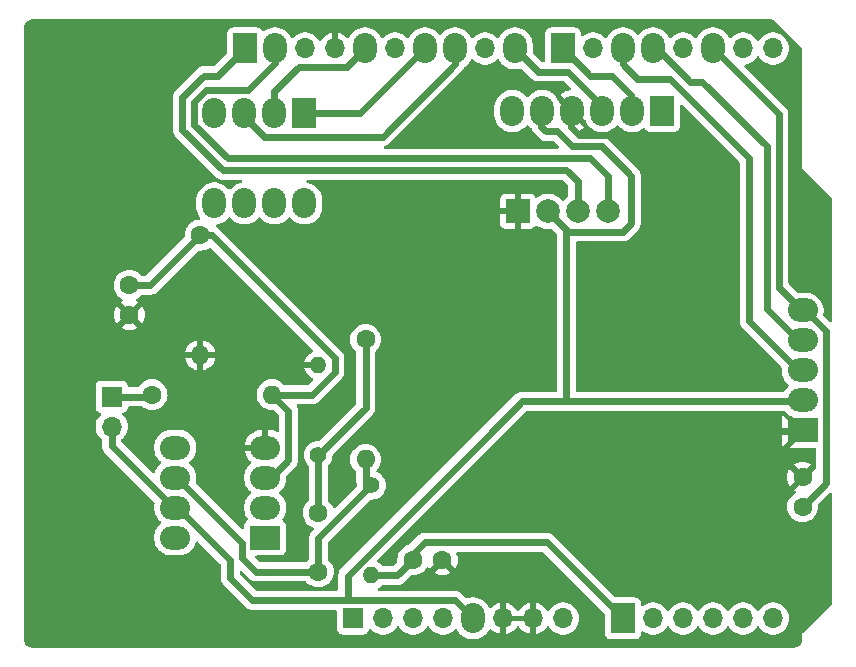
<source format=gbr>
%TF.GenerationSoftware,KiCad,Pcbnew,8.0.3*%
%TF.CreationDate,2025-03-28T09:53:16+01:00*%
%TF.ProjectId,capteur graphite CouBeh,63617074-6575-4722-9067-726170686974,rev?*%
%TF.SameCoordinates,Original*%
%TF.FileFunction,Copper,L2,Bot*%
%TF.FilePolarity,Positive*%
%FSLAX46Y46*%
G04 Gerber Fmt 4.6, Leading zero omitted, Abs format (unit mm)*
G04 Created by KiCad (PCBNEW 8.0.3) date 2025-03-28 09:53:16*
%MOMM*%
%LPD*%
G01*
G04 APERTURE LIST*
%TA.AperFunction,ComponentPad*%
%ADD10R,1.700000X1.700000*%
%TD*%
%TA.AperFunction,ComponentPad*%
%ADD11O,1.700000X1.700000*%
%TD*%
%TA.AperFunction,ComponentPad*%
%ADD12O,2.000000X2.540000*%
%TD*%
%TA.AperFunction,ComponentPad*%
%ADD13R,2.000000X2.540000*%
%TD*%
%TA.AperFunction,ComponentPad*%
%ADD14C,1.600000*%
%TD*%
%TA.AperFunction,ComponentPad*%
%ADD15O,1.600000X1.600000*%
%TD*%
%TA.AperFunction,ComponentPad*%
%ADD16R,2.540000X2.000000*%
%TD*%
%TA.AperFunction,ComponentPad*%
%ADD17O,2.540000X2.000000*%
%TD*%
%TA.AperFunction,ComponentPad*%
%ADD18C,1.400000*%
%TD*%
%TA.AperFunction,ComponentPad*%
%ADD19O,1.400000X1.400000*%
%TD*%
%TA.AperFunction,ComponentPad*%
%ADD20R,2.000000X2.000000*%
%TD*%
%TA.AperFunction,ComponentPad*%
%ADD21C,2.000000*%
%TD*%
%TA.AperFunction,ViaPad*%
%ADD22C,1.800000*%
%TD*%
%TA.AperFunction,Conductor*%
%ADD23C,0.600000*%
%TD*%
%TA.AperFunction,Conductor*%
%ADD24C,1.000000*%
%TD*%
G04 APERTURE END LIST*
D10*
%TO.P,J1,1,Pin_1*%
%TO.N,unconnected-(J1-Pin_1-Pad1)*%
X127940000Y-97460000D03*
D11*
%TO.P,J1,2,Pin_2*%
%TO.N,/IOREF*%
X130480000Y-97460000D03*
%TO.P,J1,3,Pin_3*%
%TO.N,/~{RESET}*%
X133020000Y-97460000D03*
%TO.P,J1,4,Pin_4*%
%TO.N,+3V3*%
X135560000Y-97460000D03*
D12*
%TO.P,J1,5,Pin_5*%
%TO.N,+5V*%
X138100000Y-97460000D03*
D11*
%TO.P,J1,6,Pin_6*%
%TO.N,GND*%
X140640000Y-97460000D03*
%TO.P,J1,7,Pin_7*%
X143180000Y-97460000D03*
%TO.P,J1,8,Pin_8*%
%TO.N,VCC*%
X145720000Y-97460000D03*
%TD*%
D13*
%TO.P,J3,1,Pin_1*%
%TO.N,Ampli Out*%
X150800000Y-97460000D03*
D11*
%TO.P,J3,2,Pin_2*%
%TO.N,/A1*%
X153340000Y-97460000D03*
%TO.P,J3,3,Pin_3*%
%TO.N,/A2*%
X155880000Y-97460000D03*
%TO.P,J3,4,Pin_4*%
%TO.N,/A3*%
X158420000Y-97460000D03*
%TO.P,J3,5,Pin_5*%
%TO.N,OLED SDA*%
X160960000Y-97460000D03*
%TO.P,J3,6,Pin_6*%
%TO.N,OLED SCL*%
X163500000Y-97460000D03*
%TD*%
D13*
%TO.P,J2,1,Pin_1*%
%TO.N,OLED SCL*%
X118796000Y-49200000D03*
D12*
%TO.P,J2,2,Pin_2*%
%TO.N,OLED SDA*%
X121336000Y-49200000D03*
D11*
%TO.P,J2,3,Pin_3*%
%TO.N,/AREF*%
X123876000Y-49200000D03*
%TO.P,J2,4,Pin_4*%
%TO.N,GND*%
X126416000Y-49200000D03*
D12*
%TO.P,J2,5,Pin_5*%
%TO.N,PD SCK*%
X128956000Y-49200000D03*
D11*
%TO.P,J2,6,Pin_6*%
%TO.N,/12*%
X131496000Y-49200000D03*
D12*
%TO.P,J2,7,Pin_7*%
%TO.N,PD SDI*%
X134036000Y-49200000D03*
%TO.P,J2,8,Pin_8*%
%TO.N,PD CS*%
X136576000Y-49200000D03*
D11*
%TO.P,J2,9,Pin_9*%
%TO.N,/\u002A9*%
X139116000Y-49200000D03*
D12*
%TO.P,J2,10,Pin_10*%
%TO.N,BT TX*%
X141656000Y-49200000D03*
%TD*%
D13*
%TO.P,J4,1,Pin_1*%
%TO.N,BT RX*%
X145720000Y-49200000D03*
D11*
%TO.P,J4,2,Pin_2*%
%TO.N,/\u002A6*%
X148260000Y-49200000D03*
D12*
%TO.P,J4,3,Pin_3*%
%TO.N,MR SWitch*%
X150800000Y-49200000D03*
%TO.P,J4,4,Pin_4*%
%TO.N,MR Data*%
X153340000Y-49200000D03*
D11*
%TO.P,J4,5,Pin_5*%
%TO.N,/\u002A3*%
X155880000Y-49200000D03*
D12*
%TO.P,J4,6,Pin_6*%
%TO.N,MR CLK*%
X158420000Y-49200000D03*
D11*
%TO.P,J4,7,Pin_7*%
%TO.N,/TX{slash}1*%
X160960000Y-49200000D03*
%TO.P,J4,8,Pin_8*%
%TO.N,/RX{slash}0*%
X163500000Y-49200000D03*
%TD*%
D14*
%TO.P,R2,1*%
%TO.N,Net-(U2-+)*%
X115000000Y-65000000D03*
D15*
%TO.P,R2,2*%
%TO.N,GND*%
X115000000Y-75160000D03*
%TD*%
D16*
%TO.P,KY-1,1,GND*%
%TO.N,GND*%
X166000000Y-81540000D03*
D17*
%TO.P,KY-1,2,5V*%
%TO.N,+5V*%
X166000000Y-79000000D03*
%TO.P,KY-1,3,Switch*%
%TO.N,MR SWitch*%
X166000000Y-76460000D03*
%TO.P,KY-1,4,Data*%
%TO.N,MR Data*%
X166000000Y-73920000D03*
%TO.P,KY-1,5,CLK*%
%TO.N,MR CLK*%
X166000000Y-71380000D03*
%TD*%
D14*
%TO.P,R4,1*%
%TO.N,Net-(U2--)*%
X129000000Y-73840000D03*
D15*
%TO.P,R4,2*%
%TO.N,Net-(C2-Pad2)*%
X129000000Y-84000000D03*
%TD*%
D14*
%TO.P,R3,1*%
%TO.N,Net-(J5-Pin_1)*%
X110920000Y-78500000D03*
D15*
%TO.P,R3,2*%
%TO.N,Net-(U2-+)*%
X121080000Y-78500000D03*
%TD*%
D13*
%TO.P,HC-1,1*%
%TO.N,N/C*%
X154120000Y-54500000D03*
D12*
%TO.P,HC-1,2,RX*%
%TO.N,BT RX*%
X151580000Y-54500000D03*
%TO.P,HC-1,3,TX*%
%TO.N,BT TX*%
X149040000Y-54500000D03*
%TO.P,HC-1,4,GND*%
%TO.N,GND*%
X146500000Y-54500000D03*
%TO.P,HC-1,5,5V*%
%TO.N,+5V*%
X143960000Y-54500000D03*
%TO.P,HC-1,6*%
%TO.N,N/C*%
X141420000Y-54500000D03*
%TD*%
D14*
%TO.P,C2,1*%
%TO.N,Net-(U2--)*%
X125000000Y-88500000D03*
%TO.P,C2,2*%
%TO.N,Net-(C2-Pad2)*%
X125000000Y-93500000D03*
%TD*%
D13*
%TO.P,U3,1,~{CS}*%
%TO.N,PD SDI*%
X123810000Y-54690000D03*
D12*
%TO.P,U3,2,SCK*%
%TO.N,PD SCK*%
X121270000Y-54690000D03*
%TO.P,U3,3,SI*%
%TO.N,PD CS*%
X118730000Y-54690000D03*
%TO.P,U3,4,VSS*%
%TO.N,unconnected-(U3-VSS-Pad4)*%
X116190000Y-54690000D03*
%TO.P,U3,5,PA0*%
%TO.N,unconnected-(U3-PA0-Pad5)*%
X116190000Y-62310000D03*
%TO.P,U3,6,PW0*%
%TO.N,unconnected-(U3-PW0-Pad6)*%
X118730000Y-62310000D03*
%TO.P,U3,7,PB0*%
%TO.N,unconnected-(U3-PB0-Pad7)*%
X121270000Y-62310000D03*
%TO.P,U3,8,VDD*%
%TO.N,unconnected-(U3-VDD-Pad8)*%
X123810000Y-62310000D03*
%TD*%
D18*
%TO.P,R1,1*%
%TO.N,Net-(U2--)*%
X125000000Y-83620000D03*
D19*
%TO.P,R1,2*%
%TO.N,GND*%
X125000000Y-76000000D03*
%TD*%
D14*
%TO.P,C4,1*%
%TO.N,MR CLK*%
X166000000Y-88000000D03*
%TO.P,C4,2*%
%TO.N,GND*%
X166000000Y-85500000D03*
%TD*%
D10*
%TO.P,J5,1,Pin_1*%
%TO.N,Net-(J5-Pin_1)*%
X107500000Y-78680000D03*
D11*
%TO.P,J5,2,Pin_2*%
%TO.N,+5V*%
X107500000Y-81220000D03*
%TD*%
D14*
%TO.P,C1,1*%
%TO.N,Net-(U2-+)*%
X109000000Y-69250000D03*
%TO.P,C1,2*%
%TO.N,GND*%
X109000000Y-71750000D03*
%TD*%
D16*
%TO.P,U2,1,NC*%
%TO.N,unconnected-(U2-NC-Pad1)*%
X120500000Y-90620000D03*
D17*
%TO.P,U2,2,-*%
%TO.N,Net-(U2--)*%
X120500000Y-88080000D03*
%TO.P,U2,3,+*%
%TO.N,Net-(U2-+)*%
X120500000Y-85540000D03*
%TO.P,U2,4,V-*%
%TO.N,GND*%
X120500000Y-83000000D03*
%TO.P,U2,5,EXT*%
%TO.N,unconnected-(U2-EXT-Pad5)*%
X112880000Y-83000000D03*
%TO.P,U2,6*%
%TO.N,Net-(C2-Pad2)*%
X112880000Y-85540000D03*
%TO.P,U2,7,V+*%
%TO.N,+5V*%
X112880000Y-88080000D03*
%TO.P,U2,8,EXT_Clock*%
%TO.N,unconnected-(U2-EXT_Clock-Pad8)*%
X112880000Y-90620000D03*
%TD*%
D14*
%TO.P,C3,1*%
%TO.N,Ampli Out*%
X133000000Y-92500000D03*
%TO.P,C3,2*%
%TO.N,GND*%
X135500000Y-92500000D03*
%TD*%
D18*
%TO.P,R5,1*%
%TO.N,Net-(C2-Pad2)*%
X129500000Y-86190000D03*
D19*
%TO.P,R5,2*%
%TO.N,Ampli Out*%
X129500000Y-93810000D03*
%TD*%
D20*
%TO.P,U1,1,GND*%
%TO.N,GND*%
X141880000Y-63000000D03*
D21*
%TO.P,U1,2,vcc*%
%TO.N,+5V*%
X144420000Y-63000000D03*
%TO.P,U1,3,SCL*%
%TO.N,OLED SCL*%
X146960000Y-63000000D03*
%TO.P,U1,4,SDA*%
%TO.N,OLED SDA*%
X149500000Y-63000000D03*
%TD*%
D22*
%TO.N,GND*%
X153000000Y-73500000D03*
X153000000Y-83500000D03*
%TD*%
D23*
%TO.N,GND*%
X151500000Y-56500000D02*
X153000000Y-58000000D01*
X155880000Y-81620000D02*
X166000000Y-81620000D01*
X146420000Y-55830000D02*
X147090000Y-56500000D01*
X154000000Y-83500000D02*
X155880000Y-81620000D01*
X153000000Y-58000000D02*
X153000000Y-73500000D01*
X153000000Y-83500000D02*
X154000000Y-83500000D01*
X147090000Y-56500000D02*
X151500000Y-56500000D01*
X146420000Y-54500000D02*
X146420000Y-55830000D01*
X140460000Y-97460000D02*
X140640000Y-97460000D01*
X124840000Y-76160000D02*
X125000000Y-76000000D01*
%TO.N,+5V*%
X146000000Y-79080000D02*
X146000000Y-64820000D01*
X146500000Y-57500000D02*
X149000000Y-57500000D01*
X146000000Y-79080000D02*
X142250101Y-79080000D01*
X117529999Y-94029999D02*
X119410000Y-95910000D01*
X117529999Y-92529999D02*
X117529999Y-94029999D01*
X113080000Y-88080000D02*
X117529999Y-92529999D01*
X150800000Y-64700000D02*
X146120000Y-64700000D01*
X144275000Y-56225000D02*
X145225000Y-56225000D01*
X139415050Y-81915050D02*
X127500000Y-93830101D01*
X145225000Y-56225000D02*
X146500000Y-57500000D01*
X166000000Y-79080000D02*
X146000000Y-79080000D01*
X107500000Y-82834163D02*
X112745837Y-88080000D01*
X112880000Y-88080000D02*
X113080000Y-88080000D01*
X112745837Y-88080000D02*
X112880000Y-88080000D01*
X146000000Y-64820000D02*
X146120000Y-64700000D01*
X143880000Y-54500000D02*
X143880000Y-55830000D01*
X107500000Y-81220000D02*
X107500000Y-82834163D01*
X136550000Y-95910000D02*
X138100000Y-97460000D01*
X142250101Y-79080000D02*
X139415050Y-81915050D01*
X151500000Y-60000000D02*
X151500000Y-64000000D01*
X119410000Y-95910000D02*
X127500000Y-95910000D01*
X127500000Y-93830101D02*
X127500000Y-95910000D01*
X127500000Y-95910000D02*
X136550000Y-95910000D01*
X146120000Y-64700000D02*
X144420000Y-63000000D01*
D24*
X143880000Y-54500000D02*
X143880000Y-54917006D01*
D23*
X143880000Y-55830000D02*
X144275000Y-56225000D01*
X149000000Y-57500000D02*
X151500000Y-60000000D01*
X151500000Y-64000000D02*
X150800000Y-64700000D01*
%TO.N,Net-(U2-+)*%
X121080000Y-78500000D02*
X122470000Y-79890000D01*
X122470000Y-79890000D02*
X122470000Y-84030000D01*
X121080000Y-78500000D02*
X124479899Y-78500000D01*
X109000000Y-69250000D02*
X110750000Y-69250000D01*
X120960000Y-85540000D02*
X120500000Y-85540000D01*
X122470000Y-84030000D02*
X120960000Y-85540000D01*
X126400000Y-76579899D02*
X126400000Y-75400000D01*
X110750000Y-69250000D02*
X115000000Y-65000000D01*
X116000000Y-65000000D02*
X115000000Y-65000000D01*
X126400000Y-75400000D02*
X116000000Y-65000000D01*
X124479899Y-78500000D02*
X126400000Y-76579899D01*
%TO.N,Net-(U2--)*%
X120920000Y-88500000D02*
X120500000Y-88080000D01*
X125000000Y-88500000D02*
X125000000Y-83620000D01*
X129000000Y-79620000D02*
X125000000Y-83620000D01*
X129000000Y-73840000D02*
X129000000Y-79620000D01*
%TO.N,Net-(C2-Pad2)*%
X129000000Y-84000000D02*
X129000000Y-85690000D01*
X112880000Y-85540000D02*
X113040000Y-85540000D01*
X129000000Y-85690000D02*
X129500000Y-86190000D01*
X119710000Y-93500000D02*
X125000000Y-93500000D01*
X113040000Y-85540000D02*
X118530000Y-91030000D01*
X125000000Y-90690000D02*
X129500000Y-86190000D01*
X125000000Y-93500000D02*
X125000000Y-90690000D01*
X118530000Y-92320000D02*
X119710000Y-93500000D01*
X118530000Y-91030000D02*
X118530000Y-92320000D01*
X112880000Y-85880000D02*
X112880000Y-85540000D01*
%TO.N,MR CLK*%
X166000000Y-71460000D02*
X164000000Y-69460000D01*
X167970000Y-73160000D02*
X166270000Y-71460000D01*
X166270000Y-71460000D02*
X166000000Y-71460000D01*
X164000000Y-69460000D02*
X164000000Y-54780000D01*
X166000000Y-88000000D02*
X167970000Y-86030000D01*
X167970000Y-86030000D02*
X167970000Y-73160000D01*
X164000000Y-54780000D02*
X158420000Y-49200000D01*
%TO.N,PD SDI*%
X123810000Y-54690000D02*
X128546000Y-54690000D01*
X128546000Y-54690000D02*
X134036000Y-49200000D01*
%TO.N,PD SCK*%
X127406000Y-50750000D02*
X128956000Y-49200000D01*
X121270000Y-54690000D02*
X121270000Y-52820000D01*
X123340000Y-50750000D02*
X127406000Y-50750000D01*
X121270000Y-52820000D02*
X123340000Y-50750000D01*
%TO.N,PD CS*%
X130446000Y-56660000D02*
X136576000Y-50530000D01*
X120430000Y-56660000D02*
X130446000Y-56660000D01*
X118730000Y-54690000D02*
X118730000Y-54960000D01*
X136576000Y-50530000D02*
X136576000Y-49200000D01*
X118730000Y-54960000D02*
X120430000Y-56660000D01*
%TO.N,BT TX*%
X149040000Y-54040000D02*
X149040000Y-54500000D01*
X143626000Y-51170000D02*
X146170000Y-51170000D01*
X141656000Y-49200000D02*
X143626000Y-51170000D01*
X146170000Y-51170000D02*
X149040000Y-54040000D01*
X148960000Y-54500000D02*
X148960000Y-54365837D01*
%TO.N,BT RX*%
X151500000Y-53170000D02*
X149830000Y-51500000D01*
X151500000Y-54500000D02*
X151500000Y-53170000D01*
X149830000Y-51500000D02*
X148020000Y-51500000D01*
X148020000Y-51500000D02*
X145720000Y-49200000D01*
%TO.N,MR Data*%
X153687968Y-49200000D02*
X153340000Y-49200000D01*
X165730000Y-74000000D02*
X163000000Y-71270000D01*
X163000000Y-57500000D02*
X157500000Y-52000000D01*
X166000000Y-74000000D02*
X165730000Y-74000000D01*
X157500000Y-52000000D02*
X156487968Y-52000000D01*
X156487968Y-52000000D02*
X153687968Y-49200000D01*
X163000000Y-71270000D02*
X163000000Y-57500000D01*
%TO.N,MR SWitch*%
X161500000Y-58500000D02*
X154750001Y-51750001D01*
X166000000Y-76540000D02*
X165730000Y-76540000D01*
X152020001Y-51750001D02*
X150800000Y-50530000D01*
X150800000Y-50530000D02*
X150800000Y-49200000D01*
X161500000Y-72310000D02*
X161500000Y-58500000D01*
X165730000Y-76540000D02*
X161500000Y-72310000D01*
X154750001Y-51750001D02*
X152020001Y-51750001D01*
%TO.N,Ampli Out*%
X134000000Y-91000000D02*
X144340000Y-91000000D01*
X129500000Y-93810000D02*
X131690000Y-93810000D01*
X133000000Y-92500000D02*
X133000000Y-92000000D01*
X144340000Y-91000000D02*
X150800000Y-97460000D01*
X131690000Y-93810000D02*
X133000000Y-92500000D01*
X133000000Y-92000000D02*
X134000000Y-91000000D01*
%TO.N,OLED SCL*%
X113489999Y-56078376D02*
X113489999Y-53301624D01*
X146000000Y-59500000D02*
X117916166Y-59500000D01*
X116496000Y-51500000D02*
X118796000Y-49200000D01*
X117916166Y-59500000D02*
X117740050Y-59500001D01*
X116911624Y-59500001D02*
X113489999Y-56078376D01*
X113489999Y-53301624D02*
X115291623Y-51500000D01*
X117740050Y-59500001D02*
X116911624Y-59500001D01*
X146960000Y-60460000D02*
X146000000Y-59500000D01*
X118216166Y-49200000D02*
X118796000Y-49200000D01*
X146960000Y-63000000D02*
X146960000Y-60460000D01*
X115291623Y-51500000D02*
X116496000Y-51500000D01*
%TO.N,OLED SDA*%
X148000000Y-58500000D02*
X117325837Y-58500000D01*
X117325837Y-58500000D02*
X114490000Y-55664163D01*
X114490000Y-55664163D02*
X114490000Y-53715837D01*
X121336000Y-48640000D02*
X121336000Y-49200000D01*
X119018081Y-52720000D02*
X121336000Y-50402081D01*
X149500000Y-60000000D02*
X148000000Y-58500000D01*
X149500000Y-63000000D02*
X149500000Y-60000000D01*
X114490000Y-53715837D02*
X115485837Y-52720000D01*
X121336000Y-49200000D02*
X121336000Y-50402081D01*
X115485837Y-52720000D02*
X119018081Y-52720000D01*
%TO.N,Net-(J5-Pin_1)*%
X110740000Y-78680000D02*
X110920000Y-78500000D01*
X107500000Y-78680000D02*
X110740000Y-78680000D01*
%TD*%
%TA.AperFunction,Conductor*%
%TO.N,GND*%
G36*
X163484404Y-46755185D02*
G01*
X163505046Y-46771819D01*
X165928181Y-49194954D01*
X165961666Y-49256277D01*
X165964500Y-49282635D01*
X165964500Y-59344982D01*
X165964500Y-59375018D01*
X165975994Y-59402767D01*
X165975995Y-59402768D01*
X168468181Y-61894954D01*
X168501666Y-61956277D01*
X168504500Y-61982635D01*
X168504500Y-72251746D01*
X168484815Y-72318785D01*
X168432011Y-72364540D01*
X168362853Y-72374484D01*
X168299297Y-72345459D01*
X168292819Y-72339427D01*
X167778549Y-71825157D01*
X167745064Y-71763834D01*
X167743757Y-71718080D01*
X167763155Y-71595606D01*
X167778500Y-71498726D01*
X167778500Y-71261272D01*
X167741356Y-71026758D01*
X167707312Y-70921984D01*
X167667982Y-70800937D01*
X167667980Y-70800934D01*
X167667980Y-70800932D01*
X167588128Y-70644215D01*
X167560185Y-70589373D01*
X167420620Y-70397278D01*
X167252722Y-70229380D01*
X167060627Y-70089815D01*
X166999166Y-70058499D01*
X166849067Y-69982019D01*
X166623241Y-69908643D01*
X166388727Y-69871500D01*
X166388722Y-69871500D01*
X165611278Y-69871500D01*
X165606406Y-69871500D01*
X165606406Y-69869132D01*
X165547542Y-69856725D01*
X165518584Y-69835192D01*
X164844819Y-69161427D01*
X164811334Y-69100104D01*
X164808500Y-69073746D01*
X164808500Y-54700369D01*
X164808499Y-54700365D01*
X164807033Y-54692993D01*
X164777430Y-54544169D01*
X164736191Y-54444611D01*
X164716484Y-54397032D01*
X164716482Y-54397029D01*
X164628003Y-54264610D01*
X164628000Y-54264607D01*
X161113779Y-50750387D01*
X161080294Y-50689064D01*
X161085278Y-50619372D01*
X161127150Y-50563439D01*
X161181048Y-50540398D01*
X161294635Y-50521444D01*
X161507574Y-50448342D01*
X161705576Y-50341189D01*
X161883240Y-50202906D01*
X162035722Y-50037268D01*
X162126193Y-49898790D01*
X162179338Y-49853437D01*
X162248569Y-49844013D01*
X162311905Y-49873515D01*
X162333804Y-49898787D01*
X162424278Y-50037268D01*
X162424283Y-50037273D01*
X162424284Y-50037276D01*
X162576756Y-50202902D01*
X162576760Y-50202906D01*
X162754424Y-50341189D01*
X162754425Y-50341189D01*
X162754427Y-50341191D01*
X162881135Y-50409761D01*
X162952426Y-50448342D01*
X163165365Y-50521444D01*
X163387431Y-50558500D01*
X163612569Y-50558500D01*
X163834635Y-50521444D01*
X164047574Y-50448342D01*
X164245576Y-50341189D01*
X164423240Y-50202906D01*
X164575722Y-50037268D01*
X164698860Y-49848791D01*
X164789296Y-49642616D01*
X164844564Y-49424368D01*
X164856309Y-49282635D01*
X164863156Y-49200005D01*
X164863156Y-49199994D01*
X164844565Y-48975640D01*
X164844563Y-48975628D01*
X164789296Y-48757385D01*
X164779071Y-48734075D01*
X164698860Y-48551209D01*
X164682706Y-48526484D01*
X164637291Y-48456970D01*
X164575722Y-48362732D01*
X164575719Y-48362729D01*
X164575715Y-48362723D01*
X164423243Y-48197097D01*
X164423238Y-48197092D01*
X164245577Y-48058812D01*
X164245572Y-48058808D01*
X164047580Y-47951661D01*
X164047577Y-47951659D01*
X164047574Y-47951658D01*
X164047571Y-47951657D01*
X164047569Y-47951656D01*
X163834637Y-47878556D01*
X163612569Y-47841500D01*
X163387431Y-47841500D01*
X163165362Y-47878556D01*
X162952430Y-47951656D01*
X162952419Y-47951661D01*
X162754427Y-48058808D01*
X162754422Y-48058812D01*
X162576761Y-48197092D01*
X162576756Y-48197097D01*
X162424284Y-48362723D01*
X162424276Y-48362734D01*
X162333808Y-48501206D01*
X162280662Y-48546562D01*
X162211431Y-48555986D01*
X162148095Y-48526484D01*
X162126192Y-48501206D01*
X162035723Y-48362734D01*
X162035715Y-48362723D01*
X161883243Y-48197097D01*
X161883238Y-48197092D01*
X161705577Y-48058812D01*
X161705572Y-48058808D01*
X161507580Y-47951661D01*
X161507577Y-47951659D01*
X161507574Y-47951658D01*
X161507571Y-47951657D01*
X161507569Y-47951656D01*
X161294637Y-47878556D01*
X161072569Y-47841500D01*
X160847431Y-47841500D01*
X160625362Y-47878556D01*
X160412430Y-47951656D01*
X160412419Y-47951661D01*
X160214427Y-48058808D01*
X160214422Y-48058812D01*
X160036761Y-48197092D01*
X159966235Y-48273703D01*
X159906347Y-48309693D01*
X159836509Y-48307592D01*
X159778893Y-48268067D01*
X159764521Y-48246014D01*
X159710185Y-48139373D01*
X159570620Y-47947278D01*
X159402722Y-47779380D01*
X159210627Y-47639815D01*
X159210625Y-47639814D01*
X158999067Y-47532019D01*
X158773241Y-47458643D01*
X158538727Y-47421500D01*
X158538722Y-47421500D01*
X158301278Y-47421500D01*
X158301273Y-47421500D01*
X158066758Y-47458643D01*
X157840932Y-47532019D01*
X157629372Y-47639815D01*
X157437275Y-47779382D01*
X157269382Y-47947275D01*
X157129811Y-48139377D01*
X157075477Y-48246014D01*
X157027503Y-48296810D01*
X156959682Y-48313605D01*
X156893547Y-48291067D01*
X156873764Y-48273703D01*
X156848274Y-48246014D01*
X156803240Y-48197094D01*
X156803237Y-48197092D01*
X156803238Y-48197092D01*
X156625577Y-48058812D01*
X156625572Y-48058808D01*
X156427580Y-47951661D01*
X156427577Y-47951659D01*
X156427574Y-47951658D01*
X156427571Y-47951657D01*
X156427569Y-47951656D01*
X156214637Y-47878556D01*
X155992569Y-47841500D01*
X155767431Y-47841500D01*
X155545362Y-47878556D01*
X155332430Y-47951656D01*
X155332419Y-47951661D01*
X155134427Y-48058808D01*
X155134422Y-48058812D01*
X154956761Y-48197092D01*
X154886235Y-48273703D01*
X154826347Y-48309693D01*
X154756509Y-48307592D01*
X154698893Y-48268067D01*
X154684521Y-48246014D01*
X154630185Y-48139373D01*
X154490620Y-47947278D01*
X154322722Y-47779380D01*
X154130627Y-47639815D01*
X154130625Y-47639814D01*
X153919067Y-47532019D01*
X153693241Y-47458643D01*
X153458727Y-47421500D01*
X153458722Y-47421500D01*
X153221278Y-47421500D01*
X153221273Y-47421500D01*
X152986758Y-47458643D01*
X152760932Y-47532019D01*
X152549372Y-47639815D01*
X152357275Y-47779382D01*
X152189382Y-47947275D01*
X152189375Y-47947284D01*
X152170317Y-47973515D01*
X152114987Y-48016181D01*
X152045374Y-48022159D01*
X151983579Y-47989553D01*
X151969683Y-47973515D01*
X151950624Y-47947284D01*
X151950620Y-47947278D01*
X151782722Y-47779380D01*
X151590627Y-47639815D01*
X151590625Y-47639814D01*
X151379067Y-47532019D01*
X151153241Y-47458643D01*
X150918727Y-47421500D01*
X150918722Y-47421500D01*
X150681278Y-47421500D01*
X150681273Y-47421500D01*
X150446758Y-47458643D01*
X150220932Y-47532019D01*
X150009372Y-47639815D01*
X149817275Y-47779382D01*
X149649382Y-47947275D01*
X149509811Y-48139377D01*
X149455477Y-48246014D01*
X149407503Y-48296810D01*
X149339682Y-48313605D01*
X149273547Y-48291067D01*
X149253764Y-48273703D01*
X149228274Y-48246014D01*
X149183240Y-48197094D01*
X149183237Y-48197092D01*
X149183238Y-48197092D01*
X149005577Y-48058812D01*
X149005572Y-48058808D01*
X148807580Y-47951661D01*
X148807577Y-47951659D01*
X148807574Y-47951658D01*
X148807571Y-47951657D01*
X148807569Y-47951656D01*
X148594637Y-47878556D01*
X148372569Y-47841500D01*
X148147431Y-47841500D01*
X147925362Y-47878556D01*
X147712430Y-47951656D01*
X147712419Y-47951661D01*
X147514427Y-48058808D01*
X147514422Y-48058812D01*
X147428663Y-48125562D01*
X147363669Y-48151205D01*
X147295129Y-48137639D01*
X147244804Y-48089171D01*
X147228500Y-48027709D01*
X147228500Y-47881362D01*
X147228499Y-47881345D01*
X147225157Y-47850270D01*
X147221989Y-47820799D01*
X147206540Y-47779380D01*
X147173264Y-47690164D01*
X147170889Y-47683796D01*
X147083261Y-47566739D01*
X146966204Y-47479111D01*
X146829203Y-47428011D01*
X146768654Y-47421500D01*
X146768638Y-47421500D01*
X144671362Y-47421500D01*
X144671345Y-47421500D01*
X144610797Y-47428011D01*
X144610795Y-47428011D01*
X144473795Y-47479111D01*
X144356739Y-47566739D01*
X144269111Y-47683795D01*
X144218011Y-47820795D01*
X144218011Y-47820797D01*
X144211500Y-47881345D01*
X144211500Y-50237500D01*
X144191815Y-50304539D01*
X144139011Y-50350294D01*
X144087500Y-50361500D01*
X144012254Y-50361500D01*
X143945215Y-50341815D01*
X143924573Y-50325181D01*
X143200819Y-49601427D01*
X143167334Y-49540104D01*
X143164500Y-49513746D01*
X143164500Y-48811272D01*
X143127356Y-48576758D01*
X143057812Y-48362726D01*
X143053982Y-48350937D01*
X143053980Y-48350934D01*
X143053980Y-48350932D01*
X142957656Y-48161886D01*
X142946185Y-48139373D01*
X142806620Y-47947278D01*
X142638722Y-47779380D01*
X142446627Y-47639815D01*
X142446625Y-47639814D01*
X142235067Y-47532019D01*
X142009241Y-47458643D01*
X141774727Y-47421500D01*
X141774722Y-47421500D01*
X141537278Y-47421500D01*
X141537273Y-47421500D01*
X141302758Y-47458643D01*
X141076932Y-47532019D01*
X140865372Y-47639815D01*
X140673275Y-47779382D01*
X140505382Y-47947275D01*
X140365811Y-48139377D01*
X140311477Y-48246014D01*
X140263503Y-48296810D01*
X140195682Y-48313605D01*
X140129547Y-48291067D01*
X140109764Y-48273703D01*
X140084274Y-48246014D01*
X140039240Y-48197094D01*
X140039237Y-48197092D01*
X140039238Y-48197092D01*
X139861577Y-48058812D01*
X139861572Y-48058808D01*
X139663580Y-47951661D01*
X139663577Y-47951659D01*
X139663574Y-47951658D01*
X139663571Y-47951657D01*
X139663569Y-47951656D01*
X139450637Y-47878556D01*
X139228569Y-47841500D01*
X139003431Y-47841500D01*
X138781362Y-47878556D01*
X138568430Y-47951656D01*
X138568419Y-47951661D01*
X138370427Y-48058808D01*
X138370422Y-48058812D01*
X138192761Y-48197092D01*
X138122235Y-48273703D01*
X138062347Y-48309693D01*
X137992509Y-48307592D01*
X137934893Y-48268067D01*
X137920521Y-48246014D01*
X137866185Y-48139373D01*
X137726620Y-47947278D01*
X137558722Y-47779380D01*
X137366627Y-47639815D01*
X137366625Y-47639814D01*
X137155067Y-47532019D01*
X136929241Y-47458643D01*
X136694727Y-47421500D01*
X136694722Y-47421500D01*
X136457278Y-47421500D01*
X136457273Y-47421500D01*
X136222758Y-47458643D01*
X135996932Y-47532019D01*
X135785372Y-47639815D01*
X135593275Y-47779382D01*
X135425382Y-47947275D01*
X135425375Y-47947284D01*
X135406317Y-47973515D01*
X135350987Y-48016181D01*
X135281374Y-48022159D01*
X135219579Y-47989553D01*
X135205683Y-47973515D01*
X135186624Y-47947284D01*
X135186620Y-47947278D01*
X135018722Y-47779380D01*
X134826627Y-47639815D01*
X134826625Y-47639814D01*
X134615067Y-47532019D01*
X134389241Y-47458643D01*
X134154727Y-47421500D01*
X134154722Y-47421500D01*
X133917278Y-47421500D01*
X133917273Y-47421500D01*
X133682758Y-47458643D01*
X133456932Y-47532019D01*
X133245372Y-47639815D01*
X133053275Y-47779382D01*
X132885382Y-47947275D01*
X132745811Y-48139377D01*
X132691477Y-48246014D01*
X132643503Y-48296810D01*
X132575682Y-48313605D01*
X132509547Y-48291067D01*
X132489764Y-48273703D01*
X132464274Y-48246014D01*
X132419240Y-48197094D01*
X132419237Y-48197092D01*
X132419238Y-48197092D01*
X132241577Y-48058812D01*
X132241572Y-48058808D01*
X132043580Y-47951661D01*
X132043577Y-47951659D01*
X132043574Y-47951658D01*
X132043571Y-47951657D01*
X132043569Y-47951656D01*
X131830637Y-47878556D01*
X131608569Y-47841500D01*
X131383431Y-47841500D01*
X131161362Y-47878556D01*
X130948430Y-47951656D01*
X130948419Y-47951661D01*
X130750427Y-48058808D01*
X130750422Y-48058812D01*
X130572761Y-48197092D01*
X130502235Y-48273703D01*
X130442347Y-48309693D01*
X130372509Y-48307592D01*
X130314893Y-48268067D01*
X130300521Y-48246014D01*
X130246185Y-48139373D01*
X130106620Y-47947278D01*
X129938722Y-47779380D01*
X129746627Y-47639815D01*
X129746625Y-47639814D01*
X129535067Y-47532019D01*
X129309241Y-47458643D01*
X129074727Y-47421500D01*
X129074722Y-47421500D01*
X128837278Y-47421500D01*
X128837273Y-47421500D01*
X128602758Y-47458643D01*
X128376932Y-47532019D01*
X128165372Y-47639815D01*
X127973275Y-47779382D01*
X127805382Y-47947275D01*
X127665813Y-48139374D01*
X127607857Y-48253119D01*
X127559883Y-48303914D01*
X127492061Y-48320709D01*
X127425927Y-48298171D01*
X127409692Y-48284504D01*
X127287082Y-48161894D01*
X127093578Y-48026399D01*
X126879492Y-47926570D01*
X126879486Y-47926567D01*
X126666000Y-47869364D01*
X126666000Y-48766988D01*
X126608993Y-48734075D01*
X126481826Y-48700000D01*
X126350174Y-48700000D01*
X126223007Y-48734075D01*
X126166000Y-48766988D01*
X126166000Y-47869364D01*
X126165999Y-47869364D01*
X125952513Y-47926567D01*
X125952507Y-47926570D01*
X125738422Y-48026399D01*
X125738420Y-48026400D01*
X125544926Y-48161886D01*
X125544920Y-48161891D01*
X125377891Y-48328920D01*
X125377890Y-48328922D01*
X125251131Y-48509952D01*
X125196554Y-48553577D01*
X125127055Y-48560769D01*
X125064701Y-48529247D01*
X125045752Y-48506656D01*
X124951722Y-48362732D01*
X124951715Y-48362725D01*
X124951715Y-48362723D01*
X124799243Y-48197097D01*
X124799238Y-48197092D01*
X124621577Y-48058812D01*
X124621572Y-48058808D01*
X124423580Y-47951661D01*
X124423577Y-47951659D01*
X124423574Y-47951658D01*
X124423571Y-47951657D01*
X124423569Y-47951656D01*
X124210637Y-47878556D01*
X123988569Y-47841500D01*
X123763431Y-47841500D01*
X123541362Y-47878556D01*
X123328430Y-47951656D01*
X123328419Y-47951661D01*
X123130427Y-48058808D01*
X123130422Y-48058812D01*
X122952761Y-48197092D01*
X122882235Y-48273703D01*
X122822347Y-48309693D01*
X122752509Y-48307592D01*
X122694893Y-48268067D01*
X122680521Y-48246014D01*
X122626185Y-48139373D01*
X122486620Y-47947278D01*
X122318722Y-47779380D01*
X122126627Y-47639815D01*
X122126625Y-47639814D01*
X121915067Y-47532019D01*
X121689241Y-47458643D01*
X121454727Y-47421500D01*
X121454722Y-47421500D01*
X121217278Y-47421500D01*
X121217273Y-47421500D01*
X120982758Y-47458643D01*
X120756932Y-47532019D01*
X120545373Y-47639814D01*
X120428591Y-47724661D01*
X120362784Y-47748140D01*
X120294730Y-47732314D01*
X120253181Y-47690164D01*
X120252204Y-47690896D01*
X120213964Y-47639814D01*
X120159261Y-47566739D01*
X120042204Y-47479111D01*
X119905203Y-47428011D01*
X119844654Y-47421500D01*
X119844638Y-47421500D01*
X117747362Y-47421500D01*
X117747345Y-47421500D01*
X117686797Y-47428011D01*
X117686795Y-47428011D01*
X117549795Y-47479111D01*
X117432739Y-47566739D01*
X117345111Y-47683795D01*
X117294011Y-47820795D01*
X117294011Y-47820797D01*
X117287500Y-47881345D01*
X117287500Y-49513746D01*
X117267815Y-49580785D01*
X117251181Y-49601427D01*
X116197427Y-50655181D01*
X116136104Y-50688666D01*
X116109746Y-50691500D01*
X115211988Y-50691500D01*
X115055799Y-50722567D01*
X115055799Y-50722568D01*
X115055796Y-50722569D01*
X115055792Y-50722570D01*
X114982223Y-50753043D01*
X114982221Y-50753043D01*
X114908657Y-50783514D01*
X114908648Y-50783519D01*
X114776234Y-50871996D01*
X114776230Y-50871999D01*
X112861995Y-52786234D01*
X112773518Y-52918650D01*
X112773511Y-52918663D01*
X112746534Y-52983794D01*
X112746534Y-52983795D01*
X112712569Y-53065792D01*
X112712567Y-53065800D01*
X112681499Y-53221989D01*
X112681499Y-56158010D01*
X112712567Y-56314199D01*
X112712569Y-56314207D01*
X112740089Y-56380646D01*
X112740089Y-56380647D01*
X112773511Y-56461337D01*
X112773518Y-56461350D01*
X112861995Y-56593764D01*
X112861998Y-56593768D01*
X116279280Y-60011048D01*
X116279301Y-60011071D01*
X116396229Y-60127999D01*
X116396232Y-60128001D01*
X116396235Y-60128004D01*
X116475613Y-60181042D01*
X116475616Y-60181045D01*
X116528655Y-60216484D01*
X116571746Y-60234332D01*
X116571750Y-60234335D01*
X116571751Y-60234334D01*
X116675793Y-60277431D01*
X116782082Y-60298573D01*
X116831989Y-60308500D01*
X116831993Y-60308501D01*
X116831994Y-60308501D01*
X117834114Y-60308501D01*
X117834122Y-60308500D01*
X117995801Y-60308500D01*
X118443674Y-60308500D01*
X118510713Y-60328185D01*
X118556468Y-60380989D01*
X118566412Y-60450147D01*
X118537387Y-60513703D01*
X118478609Y-60551477D01*
X118463072Y-60554973D01*
X118376758Y-60568643D01*
X118150932Y-60642019D01*
X117939372Y-60749815D01*
X117747275Y-60889382D01*
X117579382Y-61057275D01*
X117579375Y-61057284D01*
X117560317Y-61083515D01*
X117504987Y-61126181D01*
X117435374Y-61132159D01*
X117373579Y-61099553D01*
X117359683Y-61083515D01*
X117340624Y-61057284D01*
X117340620Y-61057278D01*
X117172722Y-60889380D01*
X116980627Y-60749815D01*
X116769067Y-60642019D01*
X116543241Y-60568643D01*
X116308727Y-60531500D01*
X116308722Y-60531500D01*
X116071278Y-60531500D01*
X116071273Y-60531500D01*
X115836758Y-60568643D01*
X115610932Y-60642019D01*
X115399372Y-60749815D01*
X115207275Y-60889382D01*
X115039382Y-61057275D01*
X114899815Y-61249372D01*
X114792019Y-61460932D01*
X114718643Y-61686758D01*
X114681500Y-61921272D01*
X114681500Y-62698727D01*
X114718643Y-62933241D01*
X114792019Y-63159067D01*
X114899817Y-63370630D01*
X114992758Y-63498553D01*
X115016238Y-63564359D01*
X115000413Y-63632413D01*
X114950307Y-63681108D01*
X114903248Y-63694966D01*
X114771917Y-63706456D01*
X114771910Y-63706457D01*
X114550761Y-63765714D01*
X114550750Y-63765718D01*
X114343254Y-63862475D01*
X114343252Y-63862476D01*
X114343251Y-63862477D01*
X114155700Y-63993802D01*
X114155698Y-63993803D01*
X114155695Y-63993806D01*
X113993806Y-64155695D01*
X113993803Y-64155698D01*
X113993802Y-64155700D01*
X113938283Y-64234989D01*
X113862476Y-64343252D01*
X113862475Y-64343254D01*
X113765718Y-64550750D01*
X113765714Y-64550761D01*
X113706457Y-64771910D01*
X113706456Y-64771918D01*
X113686502Y-64999998D01*
X113686502Y-65000002D01*
X113695147Y-65098818D01*
X113681380Y-65167318D01*
X113659300Y-65197306D01*
X110451427Y-68405181D01*
X110390104Y-68438666D01*
X110363746Y-68441500D01*
X110093360Y-68441500D01*
X110026321Y-68421815D01*
X110005679Y-68405181D01*
X109844304Y-68243806D01*
X109844300Y-68243802D01*
X109656749Y-68112477D01*
X109656745Y-68112475D01*
X109449249Y-68015718D01*
X109449238Y-68015714D01*
X109228089Y-67956457D01*
X109228081Y-67956456D01*
X109000002Y-67936502D01*
X108999998Y-67936502D01*
X108771918Y-67956456D01*
X108771910Y-67956457D01*
X108550761Y-68015714D01*
X108550750Y-68015718D01*
X108343254Y-68112475D01*
X108343252Y-68112476D01*
X108343251Y-68112477D01*
X108155700Y-68243802D01*
X108155698Y-68243803D01*
X108155695Y-68243806D01*
X107993806Y-68405695D01*
X107993803Y-68405698D01*
X107993802Y-68405700D01*
X107911767Y-68522856D01*
X107862476Y-68593252D01*
X107862475Y-68593254D01*
X107765718Y-68800750D01*
X107765714Y-68800761D01*
X107706457Y-69021910D01*
X107706456Y-69021918D01*
X107686502Y-69249998D01*
X107686502Y-69250001D01*
X107706456Y-69478081D01*
X107706457Y-69478089D01*
X107765714Y-69699238D01*
X107765718Y-69699249D01*
X107849635Y-69879209D01*
X107862477Y-69906749D01*
X107993802Y-70094300D01*
X108155700Y-70256198D01*
X108343251Y-70387523D01*
X108353511Y-70392307D01*
X108405950Y-70438479D01*
X108425102Y-70505673D01*
X108404886Y-70572554D01*
X108353513Y-70617070D01*
X108347518Y-70619865D01*
X108347512Y-70619868D01*
X108274526Y-70670973D01*
X108274526Y-70670974D01*
X108953553Y-71350000D01*
X108947339Y-71350000D01*
X108845606Y-71377259D01*
X108754394Y-71429920D01*
X108679920Y-71504394D01*
X108627259Y-71595606D01*
X108600000Y-71697339D01*
X108600000Y-71703552D01*
X107920974Y-71024526D01*
X107920973Y-71024526D01*
X107869868Y-71097512D01*
X107869866Y-71097516D01*
X107773734Y-71303673D01*
X107773730Y-71303682D01*
X107714860Y-71523389D01*
X107714858Y-71523400D01*
X107695034Y-71749997D01*
X107695034Y-71750002D01*
X107714858Y-71976599D01*
X107714860Y-71976610D01*
X107773730Y-72196317D01*
X107773735Y-72196331D01*
X107869863Y-72402478D01*
X107920974Y-72475472D01*
X108600000Y-71796446D01*
X108600000Y-71802661D01*
X108627259Y-71904394D01*
X108679920Y-71995606D01*
X108754394Y-72070080D01*
X108845606Y-72122741D01*
X108947339Y-72150000D01*
X108953553Y-72150000D01*
X108274526Y-72829025D01*
X108347513Y-72880132D01*
X108347521Y-72880136D01*
X108553668Y-72976264D01*
X108553682Y-72976269D01*
X108773389Y-73035139D01*
X108773400Y-73035141D01*
X108999998Y-73054966D01*
X109000002Y-73054966D01*
X109226599Y-73035141D01*
X109226610Y-73035139D01*
X109446317Y-72976269D01*
X109446331Y-72976264D01*
X109652478Y-72880136D01*
X109725471Y-72829024D01*
X109046447Y-72150000D01*
X109052661Y-72150000D01*
X109154394Y-72122741D01*
X109245606Y-72070080D01*
X109320080Y-71995606D01*
X109372741Y-71904394D01*
X109400000Y-71802661D01*
X109400000Y-71796447D01*
X110079024Y-72475471D01*
X110130136Y-72402478D01*
X110226264Y-72196331D01*
X110226269Y-72196317D01*
X110285139Y-71976610D01*
X110285141Y-71976599D01*
X110304966Y-71750002D01*
X110304966Y-71749997D01*
X110285141Y-71523400D01*
X110285139Y-71523389D01*
X110226269Y-71303682D01*
X110226264Y-71303668D01*
X110130136Y-71097521D01*
X110130132Y-71097513D01*
X110079025Y-71024526D01*
X109400000Y-71703551D01*
X109400000Y-71697339D01*
X109372741Y-71595606D01*
X109320080Y-71504394D01*
X109245606Y-71429920D01*
X109154394Y-71377259D01*
X109052661Y-71350000D01*
X109046448Y-71350000D01*
X109725472Y-70670974D01*
X109652478Y-70619863D01*
X109652477Y-70619862D01*
X109646483Y-70617067D01*
X109594046Y-70570892D01*
X109574898Y-70503697D01*
X109595118Y-70436817D01*
X109646493Y-70392305D01*
X109656749Y-70387523D01*
X109844300Y-70256198D01*
X110005679Y-70094819D01*
X110067002Y-70061334D01*
X110093360Y-70058500D01*
X110829631Y-70058500D01*
X110829632Y-70058499D01*
X110985831Y-70027430D01*
X111059399Y-69996956D01*
X111132968Y-69966484D01*
X111265389Y-69878003D01*
X114802694Y-66340696D01*
X114864015Y-66307213D01*
X114901175Y-66304851D01*
X115000000Y-66313498D01*
X115000002Y-66313498D01*
X115057021Y-66308509D01*
X115228087Y-66293543D01*
X115449243Y-66234284D01*
X115656749Y-66137523D01*
X115769956Y-66058254D01*
X115836157Y-66035928D01*
X115903925Y-66052937D01*
X115928757Y-66072149D01*
X124555293Y-74698685D01*
X124588778Y-74760008D01*
X124583794Y-74829700D01*
X124541922Y-74885633D01*
X124512406Y-74901993D01*
X124462822Y-74921201D01*
X124462820Y-74921202D01*
X124273738Y-75038278D01*
X124109391Y-75188099D01*
X123975368Y-75365574D01*
X123876239Y-75564650D01*
X123823505Y-75750000D01*
X124755025Y-75750000D01*
X124719930Y-75785095D01*
X124673852Y-75864905D01*
X124650000Y-75953922D01*
X124650000Y-76046078D01*
X124673852Y-76135095D01*
X124719930Y-76214905D01*
X124755025Y-76250000D01*
X123823505Y-76250000D01*
X123876239Y-76435349D01*
X123975368Y-76634425D01*
X124109391Y-76811900D01*
X124273738Y-76961721D01*
X124462820Y-77078797D01*
X124462828Y-77078801D01*
X124497915Y-77092393D01*
X124553317Y-77134964D01*
X124576909Y-77200731D01*
X124561199Y-77268811D01*
X124540804Y-77295701D01*
X124181326Y-77655181D01*
X124120003Y-77688666D01*
X124093645Y-77691500D01*
X122173360Y-77691500D01*
X122106321Y-77671815D01*
X122085679Y-77655181D01*
X121924304Y-77493806D01*
X121924300Y-77493802D01*
X121736749Y-77362477D01*
X121736745Y-77362475D01*
X121529249Y-77265718D01*
X121529238Y-77265714D01*
X121308089Y-77206457D01*
X121308081Y-77206456D01*
X121080002Y-77186502D01*
X121079998Y-77186502D01*
X120851918Y-77206456D01*
X120851910Y-77206457D01*
X120630761Y-77265714D01*
X120630750Y-77265718D01*
X120423254Y-77362475D01*
X120423252Y-77362476D01*
X120423251Y-77362477D01*
X120235700Y-77493802D01*
X120235698Y-77493803D01*
X120235695Y-77493806D01*
X120073806Y-77655695D01*
X120073803Y-77655698D01*
X120073802Y-77655700D01*
X119991767Y-77772856D01*
X119942476Y-77843252D01*
X119942475Y-77843254D01*
X119845718Y-78050750D01*
X119845714Y-78050761D01*
X119786457Y-78271910D01*
X119786456Y-78271918D01*
X119766502Y-78499998D01*
X119766502Y-78500001D01*
X119786456Y-78728081D01*
X119786457Y-78728089D01*
X119845714Y-78949238D01*
X119845718Y-78949249D01*
X119942475Y-79156745D01*
X119942477Y-79156749D01*
X120073802Y-79344300D01*
X120235700Y-79506198D01*
X120423251Y-79637523D01*
X120458947Y-79654168D01*
X120630750Y-79734281D01*
X120630752Y-79734281D01*
X120630757Y-79734284D01*
X120851913Y-79793543D01*
X121014832Y-79807796D01*
X121079998Y-79813498D01*
X121080000Y-79813498D01*
X121178819Y-79804851D01*
X121247316Y-79818617D01*
X121277306Y-79840698D01*
X121625181Y-80188573D01*
X121658666Y-80249896D01*
X121661500Y-80276254D01*
X121661500Y-81568403D01*
X121641815Y-81635442D01*
X121589011Y-81681197D01*
X121519853Y-81691141D01*
X121481205Y-81678888D01*
X121345802Y-81609897D01*
X121121247Y-81536934D01*
X121121248Y-81536934D01*
X120888052Y-81500000D01*
X120750000Y-81500000D01*
X120750000Y-82566988D01*
X120692993Y-82534075D01*
X120565826Y-82500000D01*
X120434174Y-82500000D01*
X120307007Y-82534075D01*
X120250000Y-82566988D01*
X120250000Y-81500000D01*
X120111948Y-81500000D01*
X119878752Y-81536934D01*
X119654197Y-81609897D01*
X119443828Y-81717085D01*
X119252813Y-81855866D01*
X119085866Y-82022813D01*
X118947085Y-82213828D01*
X118839897Y-82424197D01*
X118766934Y-82648752D01*
X118750898Y-82750000D01*
X120066988Y-82750000D01*
X120034075Y-82807007D01*
X120000000Y-82934174D01*
X120000000Y-83065826D01*
X120034075Y-83192993D01*
X120066988Y-83250000D01*
X118750898Y-83250000D01*
X118766934Y-83351247D01*
X118839897Y-83575802D01*
X118947085Y-83786171D01*
X119085866Y-83977186D01*
X119252814Y-84144134D01*
X119280746Y-84164428D01*
X119323411Y-84219759D01*
X119329390Y-84289372D01*
X119296784Y-84351167D01*
X119280747Y-84365063D01*
X119247278Y-84389379D01*
X119079382Y-84557275D01*
X118939815Y-84749372D01*
X118832019Y-84960932D01*
X118758643Y-85186758D01*
X118721500Y-85421272D01*
X118721500Y-85658727D01*
X118758643Y-85893241D01*
X118832019Y-86119067D01*
X118906385Y-86265017D01*
X118939815Y-86330627D01*
X119079380Y-86522722D01*
X119247278Y-86690620D01*
X119247284Y-86690624D01*
X119273515Y-86709683D01*
X119316181Y-86765013D01*
X119322159Y-86834626D01*
X119289553Y-86896421D01*
X119273515Y-86910317D01*
X119247284Y-86929375D01*
X119247275Y-86929382D01*
X119079382Y-87097275D01*
X118939815Y-87289372D01*
X118832019Y-87500932D01*
X118758643Y-87726758D01*
X118721500Y-87961272D01*
X118721500Y-88198727D01*
X118758643Y-88433241D01*
X118832019Y-88659067D01*
X118939815Y-88870627D01*
X119024661Y-88987407D01*
X119048141Y-89053214D01*
X119032316Y-89121268D01*
X118990165Y-89162819D01*
X118990896Y-89163796D01*
X118866739Y-89256739D01*
X118779111Y-89373795D01*
X118728011Y-89510795D01*
X118728011Y-89510797D01*
X118721500Y-89571345D01*
X118721500Y-89778746D01*
X118701815Y-89845785D01*
X118649011Y-89891540D01*
X118579853Y-89901484D01*
X118516297Y-89872459D01*
X118509819Y-89866427D01*
X114654057Y-86010665D01*
X114620572Y-85949342D01*
X114621122Y-85898136D01*
X114620594Y-85898053D01*
X114621162Y-85894465D01*
X114621167Y-85894024D01*
X114621350Y-85893256D01*
X114621356Y-85893241D01*
X114640070Y-85775088D01*
X114658500Y-85658727D01*
X114658500Y-85421272D01*
X114621356Y-85186758D01*
X114570833Y-85031265D01*
X114547982Y-84960937D01*
X114547980Y-84960934D01*
X114547980Y-84960932D01*
X114440184Y-84749372D01*
X114428287Y-84732997D01*
X114300620Y-84557278D01*
X114132722Y-84389380D01*
X114132721Y-84389379D01*
X114132718Y-84389376D01*
X114106487Y-84370319D01*
X114063820Y-84314990D01*
X114057840Y-84245376D01*
X114090446Y-84183581D01*
X114106487Y-84169681D01*
X114132718Y-84150623D01*
X114132718Y-84150622D01*
X114132722Y-84150620D01*
X114300620Y-83982722D01*
X114440185Y-83790627D01*
X114547982Y-83579063D01*
X114621356Y-83353241D01*
X114644821Y-83205088D01*
X114658500Y-83118725D01*
X114658500Y-82881272D01*
X114621356Y-82646758D01*
X114565310Y-82474267D01*
X114547982Y-82420937D01*
X114547980Y-82420934D01*
X114547980Y-82420932D01*
X114447080Y-82222906D01*
X114440185Y-82209373D01*
X114300620Y-82017278D01*
X114132722Y-81849380D01*
X113940627Y-81709815D01*
X113884461Y-81681197D01*
X113729067Y-81602019D01*
X113503241Y-81528643D01*
X113268727Y-81491500D01*
X113268722Y-81491500D01*
X112491278Y-81491500D01*
X112491273Y-81491500D01*
X112256758Y-81528643D01*
X112030932Y-81602019D01*
X111819372Y-81709815D01*
X111627275Y-81849382D01*
X111459382Y-82017275D01*
X111319815Y-82209372D01*
X111212019Y-82420932D01*
X111138643Y-82646758D01*
X111101500Y-82881272D01*
X111101500Y-83118723D01*
X111101499Y-83118725D01*
X111138643Y-83353241D01*
X111212019Y-83579067D01*
X111310278Y-83771910D01*
X111319815Y-83790627D01*
X111459380Y-83982722D01*
X111627278Y-84150620D01*
X111627284Y-84150624D01*
X111653515Y-84169683D01*
X111696181Y-84225013D01*
X111702159Y-84294626D01*
X111669553Y-84356421D01*
X111653515Y-84370317D01*
X111627284Y-84389375D01*
X111627275Y-84389382D01*
X111459382Y-84557275D01*
X111319815Y-84749372D01*
X111212019Y-84960934D01*
X111212018Y-84960936D01*
X111212018Y-84960937D01*
X111177556Y-85067002D01*
X111166189Y-85101985D01*
X111126752Y-85159661D01*
X111062393Y-85186859D01*
X110993547Y-85174944D01*
X110960577Y-85151348D01*
X108344819Y-82535590D01*
X108311334Y-82474267D01*
X108308500Y-82447909D01*
X108308500Y-82372831D01*
X108328185Y-82305792D01*
X108356334Y-82274980D01*
X108423240Y-82222906D01*
X108575722Y-82057268D01*
X108698860Y-81868791D01*
X108789296Y-81662616D01*
X108844564Y-81444368D01*
X108852632Y-81347007D01*
X108863156Y-81220005D01*
X108863156Y-81219994D01*
X108844565Y-80995640D01*
X108844563Y-80995628D01*
X108789296Y-80777385D01*
X108698859Y-80571207D01*
X108598730Y-80417949D01*
X108575722Y-80382732D01*
X108575719Y-80382729D01*
X108575715Y-80382723D01*
X108430510Y-80224991D01*
X108399587Y-80162337D01*
X108407447Y-80092911D01*
X108451594Y-80038755D01*
X108478405Y-80024827D01*
X108558584Y-79994920D01*
X108596204Y-79980889D01*
X108713261Y-79893261D01*
X108800889Y-79776204D01*
X108851989Y-79639201D01*
X108856285Y-79599245D01*
X108883023Y-79534694D01*
X108940415Y-79494845D01*
X108979574Y-79488500D01*
X110011329Y-79488500D01*
X110078368Y-79508185D01*
X110082435Y-79510914D01*
X110263251Y-79637523D01*
X110298947Y-79654168D01*
X110470750Y-79734281D01*
X110470752Y-79734281D01*
X110470757Y-79734284D01*
X110691913Y-79793543D01*
X110854832Y-79807796D01*
X110919998Y-79813498D01*
X110920000Y-79813498D01*
X110920002Y-79813498D01*
X110977021Y-79808509D01*
X111148087Y-79793543D01*
X111369243Y-79734284D01*
X111576749Y-79637523D01*
X111764300Y-79506198D01*
X111926198Y-79344300D01*
X112057523Y-79156749D01*
X112154284Y-78949243D01*
X112213543Y-78728087D01*
X112233498Y-78500000D01*
X112229298Y-78451999D01*
X112221557Y-78363514D01*
X112213543Y-78271913D01*
X112154284Y-78050757D01*
X112057523Y-77843251D01*
X111926198Y-77655700D01*
X111764300Y-77493802D01*
X111576749Y-77362477D01*
X111576745Y-77362475D01*
X111369249Y-77265718D01*
X111369238Y-77265714D01*
X111148089Y-77206457D01*
X111148081Y-77206456D01*
X110920002Y-77186502D01*
X110919998Y-77186502D01*
X110691918Y-77206456D01*
X110691910Y-77206457D01*
X110470761Y-77265714D01*
X110470750Y-77265718D01*
X110263254Y-77362475D01*
X110263252Y-77362476D01*
X110263251Y-77362477D01*
X110075700Y-77493802D01*
X110075698Y-77493803D01*
X110075695Y-77493806D01*
X109913806Y-77655695D01*
X109913803Y-77655698D01*
X109913802Y-77655700D01*
X109799719Y-77818625D01*
X109745145Y-77862249D01*
X109698147Y-77871500D01*
X108979574Y-77871500D01*
X108912535Y-77851815D01*
X108866780Y-77799011D01*
X108856285Y-77760755D01*
X108851989Y-77720798D01*
X108851988Y-77720795D01*
X108827706Y-77655695D01*
X108800889Y-77583796D01*
X108713261Y-77466739D01*
X108596204Y-77379111D01*
X108459203Y-77328011D01*
X108398654Y-77321500D01*
X108398638Y-77321500D01*
X106601362Y-77321500D01*
X106601345Y-77321500D01*
X106540797Y-77328011D01*
X106540795Y-77328011D01*
X106403795Y-77379111D01*
X106286739Y-77466739D01*
X106199111Y-77583795D01*
X106148011Y-77720795D01*
X106148011Y-77720797D01*
X106141500Y-77781345D01*
X106141500Y-79578654D01*
X106148011Y-79639202D01*
X106148011Y-79639204D01*
X106183474Y-79734281D01*
X106199111Y-79776204D01*
X106286739Y-79893261D01*
X106403796Y-79980889D01*
X106455737Y-80000262D01*
X106521595Y-80024827D01*
X106577528Y-80066699D01*
X106601944Y-80132163D01*
X106587092Y-80200436D01*
X106569490Y-80224991D01*
X106424279Y-80382730D01*
X106424276Y-80382734D01*
X106301140Y-80571207D01*
X106210703Y-80777385D01*
X106155436Y-80995628D01*
X106155434Y-80995640D01*
X106136844Y-81219994D01*
X106136844Y-81220005D01*
X106155434Y-81444359D01*
X106155436Y-81444371D01*
X106210703Y-81662614D01*
X106301140Y-81868792D01*
X106424276Y-82057265D01*
X106424284Y-82057276D01*
X106568403Y-82213828D01*
X106576760Y-82222906D01*
X106643663Y-82274979D01*
X106684475Y-82331687D01*
X106691500Y-82372831D01*
X106691500Y-82913797D01*
X106722568Y-83069986D01*
X106722570Y-83069994D01*
X106742754Y-83118722D01*
X106742754Y-83118723D01*
X106783512Y-83217124D01*
X106783519Y-83217137D01*
X106871996Y-83349551D01*
X106871999Y-83349555D01*
X111112025Y-87589580D01*
X111145510Y-87650903D01*
X111142278Y-87715570D01*
X111138644Y-87726756D01*
X111101500Y-87961272D01*
X111101500Y-88198727D01*
X111138643Y-88433241D01*
X111212019Y-88659067D01*
X111247184Y-88728081D01*
X111319815Y-88870627D01*
X111459380Y-89062722D01*
X111627278Y-89230620D01*
X111636633Y-89237416D01*
X111653515Y-89249683D01*
X111696181Y-89305013D01*
X111702159Y-89374626D01*
X111669553Y-89436421D01*
X111653515Y-89450317D01*
X111627284Y-89469375D01*
X111627275Y-89469382D01*
X111459382Y-89637275D01*
X111319815Y-89829372D01*
X111212019Y-90040932D01*
X111138643Y-90266758D01*
X111101500Y-90501272D01*
X111101500Y-90738727D01*
X111138643Y-90973241D01*
X111212019Y-91199067D01*
X111295280Y-91362475D01*
X111319815Y-91410627D01*
X111459380Y-91602722D01*
X111627278Y-91770620D01*
X111819373Y-91910185D01*
X111905667Y-91954154D01*
X112030932Y-92017980D01*
X112030934Y-92017980D01*
X112030937Y-92017982D01*
X112140767Y-92053668D01*
X112256758Y-92091356D01*
X112491273Y-92128500D01*
X112491278Y-92128500D01*
X113268727Y-92128500D01*
X113503241Y-92091356D01*
X113729063Y-92017982D01*
X113940627Y-91910185D01*
X114132722Y-91770620D01*
X114300620Y-91602722D01*
X114440185Y-91410627D01*
X114547982Y-91199063D01*
X114609957Y-91008324D01*
X114649395Y-90950648D01*
X114713753Y-90923450D01*
X114782600Y-90935365D01*
X114815569Y-90958961D01*
X116685180Y-92828572D01*
X116718665Y-92889895D01*
X116721499Y-92916253D01*
X116721499Y-94109633D01*
X116752567Y-94265822D01*
X116752569Y-94265830D01*
X116783042Y-94339398D01*
X116783042Y-94339399D01*
X116813511Y-94412960D01*
X116813518Y-94412973D01*
X116901995Y-94545387D01*
X116901998Y-94545391D01*
X118894610Y-96538003D01*
X119003764Y-96610937D01*
X119027032Y-96626484D01*
X119055761Y-96638383D01*
X119129485Y-96668921D01*
X119174169Y-96687430D01*
X119330365Y-96718499D01*
X119330369Y-96718500D01*
X119330370Y-96718500D01*
X126457500Y-96718500D01*
X126524539Y-96738185D01*
X126570294Y-96790989D01*
X126581500Y-96842500D01*
X126581500Y-98358654D01*
X126588011Y-98419202D01*
X126588011Y-98419204D01*
X126625419Y-98519496D01*
X126639111Y-98556204D01*
X126726739Y-98673261D01*
X126843796Y-98760889D01*
X126980799Y-98811989D01*
X127008050Y-98814918D01*
X127041345Y-98818499D01*
X127041362Y-98818500D01*
X128838638Y-98818500D01*
X128838654Y-98818499D01*
X128865692Y-98815591D01*
X128899201Y-98811989D01*
X129036204Y-98760889D01*
X129153261Y-98673261D01*
X129240889Y-98556204D01*
X129286138Y-98434887D01*
X129328009Y-98378956D01*
X129393474Y-98354539D01*
X129461746Y-98369391D01*
X129493545Y-98394236D01*
X129556760Y-98462906D01*
X129734424Y-98601189D01*
X129734425Y-98601189D01*
X129734427Y-98601191D01*
X129861135Y-98669761D01*
X129932426Y-98708342D01*
X130145365Y-98781444D01*
X130367431Y-98818500D01*
X130592569Y-98818500D01*
X130814635Y-98781444D01*
X131027574Y-98708342D01*
X131225576Y-98601189D01*
X131403240Y-98462906D01*
X131555722Y-98297268D01*
X131646193Y-98158790D01*
X131699338Y-98113437D01*
X131768569Y-98104013D01*
X131831905Y-98133515D01*
X131853804Y-98158787D01*
X131944278Y-98297268D01*
X131944283Y-98297273D01*
X131944284Y-98297276D01*
X132070968Y-98434889D01*
X132096760Y-98462906D01*
X132274424Y-98601189D01*
X132274425Y-98601189D01*
X132274427Y-98601191D01*
X132401135Y-98669761D01*
X132472426Y-98708342D01*
X132685365Y-98781444D01*
X132907431Y-98818500D01*
X133132569Y-98818500D01*
X133354635Y-98781444D01*
X133567574Y-98708342D01*
X133765576Y-98601189D01*
X133943240Y-98462906D01*
X134095722Y-98297268D01*
X134186193Y-98158790D01*
X134239338Y-98113437D01*
X134308569Y-98104013D01*
X134371905Y-98133515D01*
X134393804Y-98158787D01*
X134484278Y-98297268D01*
X134484283Y-98297273D01*
X134484284Y-98297276D01*
X134610968Y-98434889D01*
X134636760Y-98462906D01*
X134814424Y-98601189D01*
X134814425Y-98601189D01*
X134814427Y-98601191D01*
X134941135Y-98669761D01*
X135012426Y-98708342D01*
X135225365Y-98781444D01*
X135447431Y-98818500D01*
X135672569Y-98818500D01*
X135894635Y-98781444D01*
X136107574Y-98708342D01*
X136305576Y-98601189D01*
X136483240Y-98462906D01*
X136553765Y-98386295D01*
X136613650Y-98350307D01*
X136683488Y-98352407D01*
X136741105Y-98391931D01*
X136755478Y-98413985D01*
X136766129Y-98434889D01*
X136809815Y-98520627D01*
X136949380Y-98712722D01*
X137117278Y-98880620D01*
X137309373Y-99020185D01*
X137409328Y-99071114D01*
X137520932Y-99127980D01*
X137520934Y-99127980D01*
X137520937Y-99127982D01*
X137641984Y-99167312D01*
X137746758Y-99201356D01*
X137981273Y-99238500D01*
X137981278Y-99238500D01*
X138218727Y-99238500D01*
X138453241Y-99201356D01*
X138679063Y-99127982D01*
X138890627Y-99020185D01*
X139082722Y-98880620D01*
X139250620Y-98712722D01*
X139390185Y-98520627D01*
X139448141Y-98406880D01*
X139496115Y-98356085D01*
X139563936Y-98339290D01*
X139630071Y-98361827D01*
X139646307Y-98375495D01*
X139768917Y-98498105D01*
X139962421Y-98633600D01*
X140176507Y-98733429D01*
X140176516Y-98733433D01*
X140390000Y-98790634D01*
X140390000Y-97893012D01*
X140447007Y-97925925D01*
X140574174Y-97960000D01*
X140705826Y-97960000D01*
X140832993Y-97925925D01*
X140890000Y-97893012D01*
X140890000Y-98790633D01*
X141103483Y-98733433D01*
X141103492Y-98733429D01*
X141317578Y-98633600D01*
X141511082Y-98498105D01*
X141678105Y-98331082D01*
X141808425Y-98144968D01*
X141863002Y-98101344D01*
X141932501Y-98094151D01*
X141994855Y-98125673D01*
X142011575Y-98144968D01*
X142141894Y-98331082D01*
X142308917Y-98498105D01*
X142502421Y-98633600D01*
X142716507Y-98733429D01*
X142716516Y-98733433D01*
X142930000Y-98790634D01*
X142930000Y-97893012D01*
X142987007Y-97925925D01*
X143114174Y-97960000D01*
X143245826Y-97960000D01*
X143372993Y-97925925D01*
X143430000Y-97893012D01*
X143430000Y-98790633D01*
X143643483Y-98733433D01*
X143643492Y-98733429D01*
X143857578Y-98633600D01*
X144051082Y-98498105D01*
X144218105Y-98331082D01*
X144344868Y-98150048D01*
X144399445Y-98106423D01*
X144468944Y-98099231D01*
X144531298Y-98130753D01*
X144550251Y-98153350D01*
X144644276Y-98297265D01*
X144644284Y-98297276D01*
X144770968Y-98434889D01*
X144796760Y-98462906D01*
X144974424Y-98601189D01*
X144974425Y-98601189D01*
X144974427Y-98601191D01*
X145101135Y-98669761D01*
X145172426Y-98708342D01*
X145385365Y-98781444D01*
X145607431Y-98818500D01*
X145832569Y-98818500D01*
X146054635Y-98781444D01*
X146267574Y-98708342D01*
X146465576Y-98601189D01*
X146643240Y-98462906D01*
X146795722Y-98297268D01*
X146918860Y-98108791D01*
X147009296Y-97902616D01*
X147064564Y-97684368D01*
X147067164Y-97652993D01*
X147083156Y-97460005D01*
X147083156Y-97459994D01*
X147064565Y-97235640D01*
X147064563Y-97235628D01*
X147041930Y-97146254D01*
X147009296Y-97017384D01*
X146918860Y-96811209D01*
X146902706Y-96786484D01*
X146837991Y-96687429D01*
X146795722Y-96622732D01*
X146795719Y-96622729D01*
X146795715Y-96622723D01*
X146643243Y-96457097D01*
X146643238Y-96457092D01*
X146465577Y-96318812D01*
X146465572Y-96318808D01*
X146267580Y-96211661D01*
X146267577Y-96211659D01*
X146267574Y-96211658D01*
X146267571Y-96211657D01*
X146267569Y-96211656D01*
X146054637Y-96138556D01*
X145832569Y-96101500D01*
X145607431Y-96101500D01*
X145385362Y-96138556D01*
X145172430Y-96211656D01*
X145172419Y-96211661D01*
X144974427Y-96318808D01*
X144974422Y-96318812D01*
X144796761Y-96457092D01*
X144796756Y-96457097D01*
X144644284Y-96622723D01*
X144644276Y-96622734D01*
X144550251Y-96766650D01*
X144497105Y-96812007D01*
X144427873Y-96821430D01*
X144364538Y-96791928D01*
X144344868Y-96769951D01*
X144218113Y-96588926D01*
X144218108Y-96588920D01*
X144051082Y-96421894D01*
X143857578Y-96286399D01*
X143643492Y-96186570D01*
X143643486Y-96186567D01*
X143430000Y-96129364D01*
X143430000Y-97026988D01*
X143372993Y-96994075D01*
X143245826Y-96960000D01*
X143114174Y-96960000D01*
X142987007Y-96994075D01*
X142930000Y-97026988D01*
X142930000Y-96129364D01*
X142929999Y-96129364D01*
X142716513Y-96186567D01*
X142716507Y-96186570D01*
X142502422Y-96286399D01*
X142502420Y-96286400D01*
X142308926Y-96421886D01*
X142308920Y-96421891D01*
X142141891Y-96588920D01*
X142141890Y-96588922D01*
X142011575Y-96775031D01*
X141956998Y-96818655D01*
X141887499Y-96825848D01*
X141825145Y-96794326D01*
X141808425Y-96775031D01*
X141678109Y-96588922D01*
X141678108Y-96588920D01*
X141511082Y-96421894D01*
X141317578Y-96286399D01*
X141103492Y-96186570D01*
X141103486Y-96186567D01*
X140890000Y-96129364D01*
X140890000Y-97026988D01*
X140832993Y-96994075D01*
X140705826Y-96960000D01*
X140574174Y-96960000D01*
X140447007Y-96994075D01*
X140390000Y-97026988D01*
X140390000Y-96129364D01*
X140389999Y-96129364D01*
X140176513Y-96186567D01*
X140176507Y-96186570D01*
X139962422Y-96286399D01*
X139962420Y-96286400D01*
X139768926Y-96421886D01*
X139646307Y-96544505D01*
X139584984Y-96577989D01*
X139515292Y-96573005D01*
X139459359Y-96531133D01*
X139448141Y-96513118D01*
X139401656Y-96421886D01*
X139390185Y-96399373D01*
X139250620Y-96207278D01*
X139082722Y-96039380D01*
X138890627Y-95899815D01*
X138679067Y-95792019D01*
X138453241Y-95718643D01*
X138218727Y-95681500D01*
X138218722Y-95681500D01*
X137981278Y-95681500D01*
X137981273Y-95681500D01*
X137746755Y-95718644D01*
X137634317Y-95755177D01*
X137564476Y-95757172D01*
X137508319Y-95724927D01*
X137065392Y-95281999D01*
X137065388Y-95281996D01*
X136932974Y-95193519D01*
X136932970Y-95193517D01*
X136932968Y-95193516D01*
X136859399Y-95163043D01*
X136859397Y-95163042D01*
X136859396Y-95163041D01*
X136785831Y-95132570D01*
X136785823Y-95132568D01*
X136629634Y-95101500D01*
X136629630Y-95101500D01*
X130149250Y-95101500D01*
X130082211Y-95081815D01*
X130036456Y-95029011D01*
X130026512Y-94959853D01*
X130055537Y-94896297D01*
X130096844Y-94865118D01*
X130106558Y-94860589D01*
X130279776Y-94739301D01*
X130364259Y-94654817D01*
X130425580Y-94621334D01*
X130451939Y-94618500D01*
X131769631Y-94618500D01*
X131769632Y-94618499D01*
X131925831Y-94587430D01*
X131999399Y-94556956D01*
X132072968Y-94526484D01*
X132205389Y-94438003D01*
X132802694Y-93840696D01*
X132864015Y-93807213D01*
X132901175Y-93804851D01*
X133000000Y-93813498D01*
X133000002Y-93813498D01*
X133057021Y-93808509D01*
X133228087Y-93793543D01*
X133449243Y-93734284D01*
X133656749Y-93637523D01*
X133844300Y-93506198D01*
X134006198Y-93344300D01*
X134137523Y-93156749D01*
X134142305Y-93146493D01*
X134188472Y-93094054D01*
X134255665Y-93074898D01*
X134322547Y-93095110D01*
X134367067Y-93146483D01*
X134369862Y-93152477D01*
X134369863Y-93152478D01*
X134420974Y-93225472D01*
X135100000Y-92546446D01*
X135100000Y-92552661D01*
X135127259Y-92654394D01*
X135179920Y-92745606D01*
X135254394Y-92820080D01*
X135345606Y-92872741D01*
X135447339Y-92900000D01*
X135453553Y-92900000D01*
X134774526Y-93579025D01*
X134847513Y-93630132D01*
X134847521Y-93630136D01*
X135053668Y-93726264D01*
X135053682Y-93726269D01*
X135273389Y-93785139D01*
X135273400Y-93785141D01*
X135499998Y-93804966D01*
X135500002Y-93804966D01*
X135726599Y-93785141D01*
X135726610Y-93785139D01*
X135946317Y-93726269D01*
X135946331Y-93726264D01*
X136152478Y-93630136D01*
X136225471Y-93579024D01*
X135546447Y-92900000D01*
X135552661Y-92900000D01*
X135654394Y-92872741D01*
X135745606Y-92820080D01*
X135820080Y-92745606D01*
X135872741Y-92654394D01*
X135900000Y-92552661D01*
X135900000Y-92546447D01*
X136579024Y-93225471D01*
X136630136Y-93152478D01*
X136726264Y-92946331D01*
X136726269Y-92946317D01*
X136785139Y-92726610D01*
X136785141Y-92726599D01*
X136804966Y-92500002D01*
X136804966Y-92499997D01*
X136785141Y-92273400D01*
X136785139Y-92273389D01*
X136726269Y-92053682D01*
X136726264Y-92053668D01*
X136694199Y-91984904D01*
X136683707Y-91915827D01*
X136712227Y-91852043D01*
X136770704Y-91813804D01*
X136806581Y-91808500D01*
X143953746Y-91808500D01*
X144020785Y-91828185D01*
X144041427Y-91844819D01*
X149255181Y-97058573D01*
X149288666Y-97119896D01*
X149291500Y-97146254D01*
X149291500Y-98778654D01*
X149298011Y-98839202D01*
X149298011Y-98839204D01*
X149349111Y-98976204D01*
X149436739Y-99093261D01*
X149553796Y-99180889D01*
X149690799Y-99231989D01*
X149718050Y-99234918D01*
X149751345Y-99238499D01*
X149751362Y-99238500D01*
X151848638Y-99238500D01*
X151848654Y-99238499D01*
X151875692Y-99235591D01*
X151909201Y-99231989D01*
X152046204Y-99180889D01*
X152163261Y-99093261D01*
X152250889Y-98976204D01*
X152301989Y-98839201D01*
X152305591Y-98805692D01*
X152308499Y-98778654D01*
X152308500Y-98778637D01*
X152308500Y-98632290D01*
X152328185Y-98565251D01*
X152380989Y-98519496D01*
X152450147Y-98509552D01*
X152508660Y-98534436D01*
X152594424Y-98601189D01*
X152594425Y-98601189D01*
X152594427Y-98601191D01*
X152721135Y-98669761D01*
X152792426Y-98708342D01*
X153005365Y-98781444D01*
X153227431Y-98818500D01*
X153452569Y-98818500D01*
X153674635Y-98781444D01*
X153887574Y-98708342D01*
X154085576Y-98601189D01*
X154263240Y-98462906D01*
X154415722Y-98297268D01*
X154506193Y-98158790D01*
X154559338Y-98113437D01*
X154628569Y-98104013D01*
X154691905Y-98133515D01*
X154713804Y-98158787D01*
X154804278Y-98297268D01*
X154804283Y-98297273D01*
X154804284Y-98297276D01*
X154930968Y-98434889D01*
X154956760Y-98462906D01*
X155134424Y-98601189D01*
X155134425Y-98601189D01*
X155134427Y-98601191D01*
X155261135Y-98669761D01*
X155332426Y-98708342D01*
X155545365Y-98781444D01*
X155767431Y-98818500D01*
X155992569Y-98818500D01*
X156214635Y-98781444D01*
X156427574Y-98708342D01*
X156625576Y-98601189D01*
X156803240Y-98462906D01*
X156955722Y-98297268D01*
X157046193Y-98158790D01*
X157099338Y-98113437D01*
X157168569Y-98104013D01*
X157231905Y-98133515D01*
X157253804Y-98158787D01*
X157344278Y-98297268D01*
X157344283Y-98297273D01*
X157344284Y-98297276D01*
X157470968Y-98434889D01*
X157496760Y-98462906D01*
X157674424Y-98601189D01*
X157674425Y-98601189D01*
X157674427Y-98601191D01*
X157801135Y-98669761D01*
X157872426Y-98708342D01*
X158085365Y-98781444D01*
X158307431Y-98818500D01*
X158532569Y-98818500D01*
X158754635Y-98781444D01*
X158967574Y-98708342D01*
X159165576Y-98601189D01*
X159343240Y-98462906D01*
X159495722Y-98297268D01*
X159586193Y-98158790D01*
X159639338Y-98113437D01*
X159708569Y-98104013D01*
X159771905Y-98133515D01*
X159793804Y-98158787D01*
X159884278Y-98297268D01*
X159884283Y-98297273D01*
X159884284Y-98297276D01*
X160010968Y-98434889D01*
X160036760Y-98462906D01*
X160214424Y-98601189D01*
X160214425Y-98601189D01*
X160214427Y-98601191D01*
X160341135Y-98669761D01*
X160412426Y-98708342D01*
X160625365Y-98781444D01*
X160847431Y-98818500D01*
X161072569Y-98818500D01*
X161294635Y-98781444D01*
X161507574Y-98708342D01*
X161705576Y-98601189D01*
X161883240Y-98462906D01*
X162035722Y-98297268D01*
X162126193Y-98158790D01*
X162179338Y-98113437D01*
X162248569Y-98104013D01*
X162311905Y-98133515D01*
X162333804Y-98158787D01*
X162424278Y-98297268D01*
X162424283Y-98297273D01*
X162424284Y-98297276D01*
X162550968Y-98434889D01*
X162576760Y-98462906D01*
X162754424Y-98601189D01*
X162754425Y-98601189D01*
X162754427Y-98601191D01*
X162881135Y-98669761D01*
X162952426Y-98708342D01*
X163165365Y-98781444D01*
X163387431Y-98818500D01*
X163612569Y-98818500D01*
X163834635Y-98781444D01*
X164047574Y-98708342D01*
X164245576Y-98601189D01*
X164423240Y-98462906D01*
X164575722Y-98297268D01*
X164698860Y-98108791D01*
X164789296Y-97902616D01*
X164844564Y-97684368D01*
X164847164Y-97652993D01*
X164863156Y-97460005D01*
X164863156Y-97459994D01*
X164844565Y-97235640D01*
X164844563Y-97235628D01*
X164821930Y-97146254D01*
X164789296Y-97017384D01*
X164698860Y-96811209D01*
X164682706Y-96786484D01*
X164617991Y-96687429D01*
X164575722Y-96622732D01*
X164575719Y-96622729D01*
X164575715Y-96622723D01*
X164423243Y-96457097D01*
X164423238Y-96457092D01*
X164245577Y-96318812D01*
X164245572Y-96318808D01*
X164047580Y-96211661D01*
X164047577Y-96211659D01*
X164047574Y-96211658D01*
X164047571Y-96211657D01*
X164047569Y-96211656D01*
X163834637Y-96138556D01*
X163612569Y-96101500D01*
X163387431Y-96101500D01*
X163165362Y-96138556D01*
X162952430Y-96211656D01*
X162952419Y-96211661D01*
X162754427Y-96318808D01*
X162754422Y-96318812D01*
X162576761Y-96457092D01*
X162576756Y-96457097D01*
X162424284Y-96622723D01*
X162424276Y-96622734D01*
X162333808Y-96761206D01*
X162280662Y-96806562D01*
X162211431Y-96815986D01*
X162148095Y-96786484D01*
X162126192Y-96761206D01*
X162038173Y-96626484D01*
X162035722Y-96622732D01*
X162035719Y-96622729D01*
X162035715Y-96622723D01*
X161883243Y-96457097D01*
X161883238Y-96457092D01*
X161705577Y-96318812D01*
X161705572Y-96318808D01*
X161507580Y-96211661D01*
X161507577Y-96211659D01*
X161507574Y-96211658D01*
X161507571Y-96211657D01*
X161507569Y-96211656D01*
X161294637Y-96138556D01*
X161072569Y-96101500D01*
X160847431Y-96101500D01*
X160625362Y-96138556D01*
X160412430Y-96211656D01*
X160412419Y-96211661D01*
X160214427Y-96318808D01*
X160214422Y-96318812D01*
X160036761Y-96457092D01*
X160036756Y-96457097D01*
X159884284Y-96622723D01*
X159884276Y-96622734D01*
X159793808Y-96761206D01*
X159740662Y-96806562D01*
X159671431Y-96815986D01*
X159608095Y-96786484D01*
X159586192Y-96761206D01*
X159498173Y-96626484D01*
X159495722Y-96622732D01*
X159495719Y-96622729D01*
X159495715Y-96622723D01*
X159343243Y-96457097D01*
X159343238Y-96457092D01*
X159165577Y-96318812D01*
X159165572Y-96318808D01*
X158967580Y-96211661D01*
X158967577Y-96211659D01*
X158967574Y-96211658D01*
X158967571Y-96211657D01*
X158967569Y-96211656D01*
X158754637Y-96138556D01*
X158532569Y-96101500D01*
X158307431Y-96101500D01*
X158085362Y-96138556D01*
X157872430Y-96211656D01*
X157872419Y-96211661D01*
X157674427Y-96318808D01*
X157674422Y-96318812D01*
X157496761Y-96457092D01*
X157496756Y-96457097D01*
X157344284Y-96622723D01*
X157344276Y-96622734D01*
X157253808Y-96761206D01*
X157200662Y-96806562D01*
X157131431Y-96815986D01*
X157068095Y-96786484D01*
X157046192Y-96761206D01*
X156958173Y-96626484D01*
X156955722Y-96622732D01*
X156955719Y-96622729D01*
X156955715Y-96622723D01*
X156803243Y-96457097D01*
X156803238Y-96457092D01*
X156625577Y-96318812D01*
X156625572Y-96318808D01*
X156427580Y-96211661D01*
X156427577Y-96211659D01*
X156427574Y-96211658D01*
X156427571Y-96211657D01*
X156427569Y-96211656D01*
X156214637Y-96138556D01*
X155992569Y-96101500D01*
X155767431Y-96101500D01*
X155545362Y-96138556D01*
X155332430Y-96211656D01*
X155332419Y-96211661D01*
X155134427Y-96318808D01*
X155134422Y-96318812D01*
X154956761Y-96457092D01*
X154956756Y-96457097D01*
X154804284Y-96622723D01*
X154804276Y-96622734D01*
X154713808Y-96761206D01*
X154660662Y-96806562D01*
X154591431Y-96815986D01*
X154528095Y-96786484D01*
X154506192Y-96761206D01*
X154418173Y-96626484D01*
X154415722Y-96622732D01*
X154415719Y-96622729D01*
X154415715Y-96622723D01*
X154263243Y-96457097D01*
X154263238Y-96457092D01*
X154085577Y-96318812D01*
X154085572Y-96318808D01*
X153887580Y-96211661D01*
X153887577Y-96211659D01*
X153887574Y-96211658D01*
X153887571Y-96211657D01*
X153887569Y-96211656D01*
X153674637Y-96138556D01*
X153452569Y-96101500D01*
X153227431Y-96101500D01*
X153005362Y-96138556D01*
X152792430Y-96211656D01*
X152792419Y-96211661D01*
X152594427Y-96318808D01*
X152594422Y-96318812D01*
X152508663Y-96385562D01*
X152443669Y-96411205D01*
X152375129Y-96397639D01*
X152324804Y-96349171D01*
X152308500Y-96287709D01*
X152308500Y-96141362D01*
X152308499Y-96141345D01*
X152304845Y-96107364D01*
X152301989Y-96080799D01*
X152286540Y-96039380D01*
X152279522Y-96020564D01*
X152250889Y-95943796D01*
X152163261Y-95826739D01*
X152046204Y-95739111D01*
X152008176Y-95724927D01*
X151909203Y-95688011D01*
X151848654Y-95681500D01*
X151848638Y-95681500D01*
X150216254Y-95681500D01*
X150149215Y-95661815D01*
X150128573Y-95645181D01*
X144855392Y-90371999D01*
X144855389Y-90371996D01*
X144722973Y-90283519D01*
X144722970Y-90283517D01*
X144722968Y-90283516D01*
X144722965Y-90283514D01*
X144722960Y-90283512D01*
X144648257Y-90252570D01*
X144575831Y-90222570D01*
X144575823Y-90222568D01*
X144419634Y-90191500D01*
X144419630Y-90191500D01*
X134085764Y-90191500D01*
X134085744Y-90191499D01*
X134079630Y-90191499D01*
X133920370Y-90191499D01*
X133920368Y-90191499D01*
X133790085Y-90217415D01*
X133790084Y-90217415D01*
X133764172Y-90222568D01*
X133745596Y-90230262D01*
X133721073Y-90240420D01*
X133721072Y-90240420D01*
X133617033Y-90283515D01*
X133617029Y-90283517D01*
X133484615Y-90371993D01*
X133484607Y-90371999D01*
X132629075Y-91227531D01*
X132573491Y-91259624D01*
X132550755Y-91265716D01*
X132550752Y-91265717D01*
X132343254Y-91362475D01*
X132343252Y-91362476D01*
X132343251Y-91362477D01*
X132155700Y-91493802D01*
X132155698Y-91493803D01*
X132155695Y-91493806D01*
X131993806Y-91655695D01*
X131993803Y-91655698D01*
X131993802Y-91655700D01*
X131942336Y-91729201D01*
X131862476Y-91843252D01*
X131862475Y-91843254D01*
X131765718Y-92050750D01*
X131765714Y-92050761D01*
X131706457Y-92271910D01*
X131706456Y-92271918D01*
X131686502Y-92499998D01*
X131686502Y-92500002D01*
X131695147Y-92598818D01*
X131681380Y-92667318D01*
X131659300Y-92697306D01*
X131391425Y-92965182D01*
X131330105Y-92998666D01*
X131303746Y-93001500D01*
X130451939Y-93001500D01*
X130384900Y-92981815D01*
X130364262Y-92965185D01*
X130279776Y-92880699D01*
X130279775Y-92880698D01*
X130279774Y-92880697D01*
X130106558Y-92759411D01*
X130106556Y-92759410D01*
X129999392Y-92709438D01*
X129946953Y-92663265D01*
X129927801Y-92596071D01*
X129948017Y-92529190D01*
X129964111Y-92509380D01*
X140043053Y-82430439D01*
X140101612Y-82371880D01*
X140101624Y-82371866D01*
X142548674Y-79924819D01*
X142609997Y-79891334D01*
X142636355Y-79888500D01*
X145920370Y-79888500D01*
X164447743Y-79888500D01*
X164514782Y-79908185D01*
X164548062Y-79939616D01*
X164579376Y-79982718D01*
X164579380Y-79982722D01*
X164747278Y-80150620D01*
X164939373Y-80290185D01*
X165043139Y-80343056D01*
X165150936Y-80397982D01*
X165150942Y-80397984D01*
X165212389Y-80417949D01*
X165261753Y-80448199D01*
X165870590Y-81057037D01*
X165807007Y-81074075D01*
X165692993Y-81139901D01*
X165599901Y-81232993D01*
X165534075Y-81347007D01*
X165517037Y-81410590D01*
X164337040Y-80230593D01*
X164286645Y-80297914D01*
X164236403Y-80432620D01*
X164236401Y-80432627D01*
X164230000Y-80492155D01*
X164230000Y-82587844D01*
X164236401Y-82647372D01*
X164236403Y-82647379D01*
X164286645Y-82782086D01*
X164286647Y-82782089D01*
X164337040Y-82849406D01*
X165517037Y-81669409D01*
X165534075Y-81732993D01*
X165599901Y-81847007D01*
X165692993Y-81940099D01*
X165807007Y-82005925D01*
X165870590Y-82022962D01*
X164853553Y-83039999D01*
X164853554Y-83040000D01*
X167037500Y-83040000D01*
X167104539Y-83059685D01*
X167150294Y-83112489D01*
X167161500Y-83164000D01*
X167161500Y-84646421D01*
X167141815Y-84713460D01*
X167119267Y-84732997D01*
X167119911Y-84733641D01*
X166400000Y-85453552D01*
X166400000Y-85447339D01*
X166372741Y-85345606D01*
X166320080Y-85254394D01*
X166245606Y-85179920D01*
X166154394Y-85127259D01*
X166052661Y-85100000D01*
X166046448Y-85100000D01*
X166725472Y-84420974D01*
X166652478Y-84369863D01*
X166446331Y-84273735D01*
X166446317Y-84273730D01*
X166226610Y-84214860D01*
X166226599Y-84214858D01*
X166000002Y-84195034D01*
X165999998Y-84195034D01*
X165773400Y-84214858D01*
X165773389Y-84214860D01*
X165553682Y-84273730D01*
X165553673Y-84273734D01*
X165347516Y-84369866D01*
X165347512Y-84369868D01*
X165274526Y-84420973D01*
X165274526Y-84420974D01*
X165953553Y-85100000D01*
X165947339Y-85100000D01*
X165845606Y-85127259D01*
X165754394Y-85179920D01*
X165679920Y-85254394D01*
X165627259Y-85345606D01*
X165600000Y-85447339D01*
X165600000Y-85453552D01*
X164920974Y-84774526D01*
X164920973Y-84774526D01*
X164869868Y-84847512D01*
X164869866Y-84847516D01*
X164773734Y-85053673D01*
X164773730Y-85053682D01*
X164714860Y-85273389D01*
X164714858Y-85273400D01*
X164695034Y-85499997D01*
X164695034Y-85500002D01*
X164714858Y-85726599D01*
X164714860Y-85726610D01*
X164773730Y-85946317D01*
X164773735Y-85946331D01*
X164869863Y-86152478D01*
X164920974Y-86225472D01*
X165600000Y-85546446D01*
X165600000Y-85552661D01*
X165627259Y-85654394D01*
X165679920Y-85745606D01*
X165754394Y-85820080D01*
X165845606Y-85872741D01*
X165947339Y-85900000D01*
X165953553Y-85900000D01*
X165274526Y-86579025D01*
X165347513Y-86630132D01*
X165347518Y-86630135D01*
X165353512Y-86632930D01*
X165405950Y-86679103D01*
X165425101Y-86746297D01*
X165404884Y-86813178D01*
X165353512Y-86857692D01*
X165343252Y-86862476D01*
X165343251Y-86862477D01*
X165155700Y-86993802D01*
X165155698Y-86993803D01*
X165155695Y-86993806D01*
X164993806Y-87155695D01*
X164862476Y-87343252D01*
X164862475Y-87343254D01*
X164765718Y-87550750D01*
X164765714Y-87550761D01*
X164706457Y-87771910D01*
X164706456Y-87771918D01*
X164686502Y-87999998D01*
X164686502Y-88000001D01*
X164706456Y-88228081D01*
X164706457Y-88228089D01*
X164765714Y-88449238D01*
X164765718Y-88449249D01*
X164862475Y-88656745D01*
X164862477Y-88656749D01*
X164993802Y-88844300D01*
X165155700Y-89006198D01*
X165343251Y-89137523D01*
X165468091Y-89195736D01*
X165550750Y-89234281D01*
X165550752Y-89234281D01*
X165550757Y-89234284D01*
X165771913Y-89293543D01*
X165934832Y-89307796D01*
X165999998Y-89313498D01*
X166000000Y-89313498D01*
X166000002Y-89313498D01*
X166057021Y-89308509D01*
X166228087Y-89293543D01*
X166449243Y-89234284D01*
X166656749Y-89137523D01*
X166844300Y-89006198D01*
X167006198Y-88844300D01*
X167137523Y-88656749D01*
X167234284Y-88449243D01*
X167293543Y-88228087D01*
X167313498Y-88000000D01*
X167304851Y-87901178D01*
X167318617Y-87832682D01*
X167340695Y-87802695D01*
X168292820Y-86850571D01*
X168354142Y-86817087D01*
X168423834Y-86822071D01*
X168479767Y-86863943D01*
X168504184Y-86929407D01*
X168504500Y-86938253D01*
X168504500Y-96107364D01*
X168484815Y-96174403D01*
X168468181Y-96195045D01*
X165997233Y-98665994D01*
X165975995Y-98687231D01*
X165964500Y-98714982D01*
X165964500Y-99231907D01*
X165963903Y-99244062D01*
X165952505Y-99359778D01*
X165947763Y-99383618D01*
X165917832Y-99482290D01*
X165915789Y-99489024D01*
X165906486Y-99511482D01*
X165854561Y-99608627D01*
X165841056Y-99628839D01*
X165771176Y-99713988D01*
X165753988Y-99731176D01*
X165668839Y-99801056D01*
X165648627Y-99814561D01*
X165551482Y-99866486D01*
X165529028Y-99875787D01*
X165487028Y-99888528D01*
X165423618Y-99907763D01*
X165399778Y-99912505D01*
X165291162Y-99923203D01*
X165284060Y-99923903D01*
X165271907Y-99924500D01*
X100768093Y-99924500D01*
X100755939Y-99923903D01*
X100747995Y-99923120D01*
X100640221Y-99912505D01*
X100616381Y-99907763D01*
X100599445Y-99902625D01*
X100510968Y-99875786D01*
X100488517Y-99866486D01*
X100391372Y-99814561D01*
X100371160Y-99801056D01*
X100286011Y-99731176D01*
X100268823Y-99713988D01*
X100198943Y-99628839D01*
X100185438Y-99608627D01*
X100133510Y-99511476D01*
X100124215Y-99489037D01*
X100092234Y-99383612D01*
X100087494Y-99359777D01*
X100076097Y-99244061D01*
X100075500Y-99231907D01*
X100075500Y-74909999D01*
X113721127Y-74909999D01*
X113721128Y-74910000D01*
X114684314Y-74910000D01*
X114679920Y-74914394D01*
X114627259Y-75005606D01*
X114600000Y-75107339D01*
X114600000Y-75212661D01*
X114627259Y-75314394D01*
X114679920Y-75405606D01*
X114684314Y-75410000D01*
X113721128Y-75410000D01*
X113773730Y-75606317D01*
X113773734Y-75606326D01*
X113869865Y-75812482D01*
X114000342Y-75998820D01*
X114161179Y-76159657D01*
X114347517Y-76290134D01*
X114553673Y-76386265D01*
X114553682Y-76386269D01*
X114749999Y-76438872D01*
X114750000Y-76438871D01*
X114750000Y-75475686D01*
X114754394Y-75480080D01*
X114845606Y-75532741D01*
X114947339Y-75560000D01*
X115052661Y-75560000D01*
X115154394Y-75532741D01*
X115245606Y-75480080D01*
X115250000Y-75475686D01*
X115250000Y-76438872D01*
X115446317Y-76386269D01*
X115446326Y-76386265D01*
X115652482Y-76290134D01*
X115838820Y-76159657D01*
X115999657Y-75998820D01*
X116130134Y-75812482D01*
X116226265Y-75606326D01*
X116226269Y-75606317D01*
X116278872Y-75410000D01*
X115315686Y-75410000D01*
X115320080Y-75405606D01*
X115372741Y-75314394D01*
X115400000Y-75212661D01*
X115400000Y-75107339D01*
X115372741Y-75005606D01*
X115320080Y-74914394D01*
X115315686Y-74910000D01*
X116278872Y-74910000D01*
X116278872Y-74909999D01*
X116226269Y-74713682D01*
X116226265Y-74713673D01*
X116130134Y-74507517D01*
X115999657Y-74321179D01*
X115838820Y-74160342D01*
X115652482Y-74029865D01*
X115446328Y-73933734D01*
X115250000Y-73881127D01*
X115250000Y-74844314D01*
X115245606Y-74839920D01*
X115154394Y-74787259D01*
X115052661Y-74760000D01*
X114947339Y-74760000D01*
X114845606Y-74787259D01*
X114754394Y-74839920D01*
X114750000Y-74844314D01*
X114750000Y-73881127D01*
X114553671Y-73933734D01*
X114347517Y-74029865D01*
X114161179Y-74160342D01*
X114000342Y-74321179D01*
X113869865Y-74507517D01*
X113773734Y-74713673D01*
X113773730Y-74713682D01*
X113721127Y-74909999D01*
X100075500Y-74909999D01*
X100075500Y-47428092D01*
X100076097Y-47415938D01*
X100087494Y-47300222D01*
X100092234Y-47276389D01*
X100124216Y-47170959D01*
X100133508Y-47148526D01*
X100185442Y-47051365D01*
X100198938Y-47031166D01*
X100268827Y-46946006D01*
X100286006Y-46928827D01*
X100371166Y-46858938D01*
X100391365Y-46845442D01*
X100488526Y-46793508D01*
X100510959Y-46784216D01*
X100616389Y-46752234D01*
X100640220Y-46747494D01*
X100755939Y-46736097D01*
X100768093Y-46735500D01*
X100786531Y-46735500D01*
X163417365Y-46735500D01*
X163484404Y-46755185D01*
G37*
%TD.AperFunction*%
%TA.AperFunction,Conductor*%
G36*
X142714075Y-97267007D02*
G01*
X142680000Y-97394174D01*
X142680000Y-97525826D01*
X142714075Y-97652993D01*
X142746988Y-97710000D01*
X141073012Y-97710000D01*
X141105925Y-97652993D01*
X141140000Y-97525826D01*
X141140000Y-97394174D01*
X141105925Y-97267007D01*
X141073012Y-97210000D01*
X142746988Y-97210000D01*
X142714075Y-97267007D01*
G37*
%TD.AperFunction*%
%TA.AperFunction,Conductor*%
G36*
X145680785Y-60328185D02*
G01*
X145701427Y-60344819D01*
X146115181Y-60758573D01*
X146148666Y-60819896D01*
X146151500Y-60846254D01*
X146151500Y-61656795D01*
X146131815Y-61723834D01*
X146092294Y-61762519D01*
X146081375Y-61769211D01*
X146070580Y-61775826D01*
X145890031Y-61930031D01*
X145784290Y-62053838D01*
X145725783Y-62092031D01*
X145655915Y-62092529D01*
X145596869Y-62055176D01*
X145595710Y-62053838D01*
X145489969Y-61930031D01*
X145349141Y-61809752D01*
X145309413Y-61775821D01*
X145309410Y-61775820D01*
X145106962Y-61651759D01*
X145106959Y-61651757D01*
X144887596Y-61560895D01*
X144656714Y-61505465D01*
X144420000Y-61486835D01*
X144183285Y-61505465D01*
X143952404Y-61560895D01*
X143952402Y-61560895D01*
X143733040Y-61651757D01*
X143733037Y-61651759D01*
X143530586Y-61775821D01*
X143530576Y-61775829D01*
X143512083Y-61791623D01*
X143448321Y-61820191D01*
X143379236Y-61809752D01*
X143326761Y-61763619D01*
X143323578Y-61758210D01*
X143237190Y-61642812D01*
X143237187Y-61642809D01*
X143122093Y-61556649D01*
X143122086Y-61556645D01*
X142987379Y-61506403D01*
X142987372Y-61506401D01*
X142927844Y-61500000D01*
X142130000Y-61500000D01*
X142130000Y-62684314D01*
X142125606Y-62679920D01*
X142034394Y-62627259D01*
X141932661Y-62600000D01*
X141827339Y-62600000D01*
X141725606Y-62627259D01*
X141634394Y-62679920D01*
X141630000Y-62684314D01*
X141630000Y-61500000D01*
X140832155Y-61500000D01*
X140772627Y-61506401D01*
X140772620Y-61506403D01*
X140637913Y-61556645D01*
X140637906Y-61556649D01*
X140522812Y-61642809D01*
X140522809Y-61642812D01*
X140436649Y-61757906D01*
X140436645Y-61757913D01*
X140386403Y-61892620D01*
X140386401Y-61892627D01*
X140380000Y-61952155D01*
X140380000Y-62750000D01*
X141564314Y-62750000D01*
X141559920Y-62754394D01*
X141507259Y-62845606D01*
X141480000Y-62947339D01*
X141480000Y-63052661D01*
X141507259Y-63154394D01*
X141559920Y-63245606D01*
X141564314Y-63250000D01*
X140380000Y-63250000D01*
X140380000Y-64047844D01*
X140386401Y-64107372D01*
X140386403Y-64107379D01*
X140436645Y-64242086D01*
X140436649Y-64242093D01*
X140522809Y-64357187D01*
X140522812Y-64357190D01*
X140637906Y-64443350D01*
X140637913Y-64443354D01*
X140772620Y-64493596D01*
X140772627Y-64493598D01*
X140832155Y-64499999D01*
X140832172Y-64500000D01*
X141630000Y-64500000D01*
X141630000Y-63315686D01*
X141634394Y-63320080D01*
X141725606Y-63372741D01*
X141827339Y-63400000D01*
X141932661Y-63400000D01*
X142034394Y-63372741D01*
X142125606Y-63320080D01*
X142130000Y-63315686D01*
X142130000Y-64500000D01*
X142927828Y-64500000D01*
X142927844Y-64499999D01*
X142987372Y-64493598D01*
X142987379Y-64493596D01*
X143122086Y-64443354D01*
X143122093Y-64443350D01*
X143237187Y-64357190D01*
X143237190Y-64357187D01*
X143328669Y-64234989D01*
X143329988Y-64235976D01*
X143372125Y-64193838D01*
X143440397Y-64178984D01*
X143505862Y-64203398D01*
X143512074Y-64208367D01*
X143530584Y-64224176D01*
X143530586Y-64224177D01*
X143530589Y-64224179D01*
X143733037Y-64348240D01*
X143733040Y-64348242D01*
X143952403Y-64439104D01*
X143952404Y-64439104D01*
X143952406Y-64439105D01*
X144183289Y-64494535D01*
X144420000Y-64513165D01*
X144656711Y-64494535D01*
X144681464Y-64488592D01*
X144751242Y-64492080D01*
X144798092Y-64521484D01*
X145155181Y-64878573D01*
X145188666Y-64939896D01*
X145191500Y-64966254D01*
X145191500Y-78147500D01*
X145171815Y-78214539D01*
X145119011Y-78260294D01*
X145067500Y-78271500D01*
X142170466Y-78271500D01*
X142014277Y-78302567D01*
X142014277Y-78302568D01*
X142014274Y-78302569D01*
X142014270Y-78302570D01*
X141928079Y-78338271D01*
X141928077Y-78338271D01*
X141867136Y-78363514D01*
X141867126Y-78363519D01*
X141734712Y-78451996D01*
X141734708Y-78451999D01*
X126871999Y-93314708D01*
X126871996Y-93314712D01*
X126783517Y-93447129D01*
X126761618Y-93500000D01*
X126722570Y-93594269D01*
X126722568Y-93594277D01*
X126691500Y-93750466D01*
X126691500Y-94977500D01*
X126671815Y-95044539D01*
X126619011Y-95090294D01*
X126567500Y-95101500D01*
X119796254Y-95101500D01*
X119729215Y-95081815D01*
X119708573Y-95065181D01*
X118374818Y-93731426D01*
X118341333Y-93670103D01*
X118338499Y-93643745D01*
X118338499Y-93571253D01*
X118358184Y-93504214D01*
X118410988Y-93458459D01*
X118480146Y-93448515D01*
X118543702Y-93477540D01*
X118550180Y-93483572D01*
X119194607Y-94128000D01*
X119194610Y-94128003D01*
X119327026Y-94216480D01*
X119327032Y-94216484D01*
X119347375Y-94224910D01*
X119429485Y-94258921D01*
X119474169Y-94277430D01*
X119630365Y-94308499D01*
X119630369Y-94308500D01*
X119630370Y-94308500D01*
X119789630Y-94308500D01*
X123906640Y-94308500D01*
X123973679Y-94328185D01*
X123994321Y-94344819D01*
X124155700Y-94506198D01*
X124343251Y-94637523D01*
X124380343Y-94654819D01*
X124550750Y-94734281D01*
X124550752Y-94734281D01*
X124550757Y-94734284D01*
X124771913Y-94793543D01*
X124934832Y-94807796D01*
X124999998Y-94813498D01*
X125000000Y-94813498D01*
X125000002Y-94813498D01*
X125057021Y-94808509D01*
X125228087Y-94793543D01*
X125449243Y-94734284D01*
X125656749Y-94637523D01*
X125844300Y-94506198D01*
X126006198Y-94344300D01*
X126137523Y-94156749D01*
X126234284Y-93949243D01*
X126293543Y-93728087D01*
X126313498Y-93500000D01*
X126293543Y-93271913D01*
X126234284Y-93050757D01*
X126137523Y-92843251D01*
X126006198Y-92655700D01*
X125844819Y-92494321D01*
X125811334Y-92432998D01*
X125808500Y-92406640D01*
X125808500Y-91076253D01*
X125828185Y-91009214D01*
X125844814Y-90988577D01*
X129394999Y-87438391D01*
X129456320Y-87404908D01*
X129493486Y-87402546D01*
X129500000Y-87403116D01*
X129500000Y-87403115D01*
X129500001Y-87403116D01*
X129500002Y-87403116D01*
X129564122Y-87397506D01*
X129710655Y-87384686D01*
X129914910Y-87329956D01*
X130106558Y-87240589D01*
X130279776Y-87119301D01*
X130429301Y-86969776D01*
X130550589Y-86796558D01*
X130639956Y-86604910D01*
X130694686Y-86400655D01*
X130713116Y-86190000D01*
X130694686Y-85979345D01*
X130639956Y-85775090D01*
X130550589Y-85583442D01*
X130429301Y-85410224D01*
X130429299Y-85410221D01*
X130279778Y-85260700D01*
X130106558Y-85139411D01*
X130106556Y-85139410D01*
X129997350Y-85088486D01*
X129944911Y-85042313D01*
X129925759Y-84975120D01*
X129945975Y-84908239D01*
X129962070Y-84888427D01*
X130006198Y-84844300D01*
X130137523Y-84656749D01*
X130234284Y-84449243D01*
X130293543Y-84228087D01*
X130313498Y-84000000D01*
X130311986Y-83982722D01*
X130307796Y-83934832D01*
X130293543Y-83771913D01*
X130234284Y-83550757D01*
X130137523Y-83343251D01*
X130006198Y-83155700D01*
X129844300Y-82993802D01*
X129656749Y-82862477D01*
X129628718Y-82849406D01*
X129449249Y-82765718D01*
X129449238Y-82765714D01*
X129228089Y-82706457D01*
X129228081Y-82706456D01*
X129000002Y-82686502D01*
X128999998Y-82686502D01*
X128771918Y-82706456D01*
X128771910Y-82706457D01*
X128550761Y-82765714D01*
X128550750Y-82765718D01*
X128343254Y-82862475D01*
X128343252Y-82862476D01*
X128343251Y-82862477D01*
X128155700Y-82993802D01*
X128155698Y-82993803D01*
X128155695Y-82993806D01*
X127993806Y-83155695D01*
X127993803Y-83155698D01*
X127993802Y-83155700D01*
X127950783Y-83217137D01*
X127862476Y-83343252D01*
X127862475Y-83343254D01*
X127765718Y-83550750D01*
X127765714Y-83550761D01*
X127706457Y-83771910D01*
X127706456Y-83771918D01*
X127686502Y-83999998D01*
X127686502Y-84000001D01*
X127706456Y-84228081D01*
X127706457Y-84228089D01*
X127765714Y-84449238D01*
X127765718Y-84449249D01*
X127857661Y-84646421D01*
X127862477Y-84656749D01*
X127993802Y-84844300D01*
X127993805Y-84844303D01*
X127993806Y-84844304D01*
X128155181Y-85005679D01*
X128188666Y-85067002D01*
X128191500Y-85093360D01*
X128191500Y-85769634D01*
X128222568Y-85925824D01*
X128222570Y-85925831D01*
X128244737Y-85979345D01*
X128283139Y-86072058D01*
X128292105Y-86130314D01*
X128286884Y-86189997D01*
X128286884Y-86189998D01*
X128287454Y-86196517D01*
X128273684Y-86265017D01*
X128251606Y-86295000D01*
X126441427Y-88105179D01*
X126380104Y-88138664D01*
X126310412Y-88133680D01*
X126254479Y-88091808D01*
X126236884Y-88055579D01*
X126236138Y-88055851D01*
X126234281Y-88050750D01*
X126137524Y-87843254D01*
X126137523Y-87843252D01*
X126137523Y-87843251D01*
X126006198Y-87655700D01*
X125844819Y-87494321D01*
X125811334Y-87432998D01*
X125808500Y-87406640D01*
X125808500Y-84571939D01*
X125828185Y-84504900D01*
X125844814Y-84484262D01*
X125929301Y-84399776D01*
X126050589Y-84226558D01*
X126139956Y-84034910D01*
X126194686Y-83830655D01*
X126213116Y-83620000D01*
X126212546Y-83613487D01*
X126226311Y-83544988D01*
X126248390Y-83515000D01*
X129628003Y-80135389D01*
X129716484Y-80002969D01*
X129761735Y-79893721D01*
X129777430Y-79855831D01*
X129808500Y-79699630D01*
X129808500Y-74933360D01*
X129828185Y-74866321D01*
X129844819Y-74845679D01*
X129903239Y-74787259D01*
X130006198Y-74684300D01*
X130137523Y-74496749D01*
X130234284Y-74289243D01*
X130293543Y-74068087D01*
X130313498Y-73840000D01*
X130293543Y-73611913D01*
X130234284Y-73390757D01*
X130137523Y-73183251D01*
X130006198Y-72995700D01*
X129844300Y-72833802D01*
X129656749Y-72702477D01*
X129656745Y-72702475D01*
X129449249Y-72605718D01*
X129449238Y-72605714D01*
X129228089Y-72546457D01*
X129228081Y-72546456D01*
X129000002Y-72526502D01*
X128999998Y-72526502D01*
X128771918Y-72546456D01*
X128771910Y-72546457D01*
X128550761Y-72605714D01*
X128550750Y-72605718D01*
X128343254Y-72702475D01*
X128343252Y-72702476D01*
X128343251Y-72702477D01*
X128155700Y-72833802D01*
X128155698Y-72833803D01*
X128155695Y-72833806D01*
X127993806Y-72995695D01*
X127993803Y-72995698D01*
X127993802Y-72995700D01*
X127934515Y-73080370D01*
X127862476Y-73183252D01*
X127862475Y-73183254D01*
X127765718Y-73390750D01*
X127765714Y-73390761D01*
X127706457Y-73611910D01*
X127706456Y-73611918D01*
X127686502Y-73839998D01*
X127686502Y-73840001D01*
X127706456Y-74068081D01*
X127706457Y-74068089D01*
X127765714Y-74289238D01*
X127765718Y-74289249D01*
X127862475Y-74496745D01*
X127862477Y-74496749D01*
X127993802Y-74684300D01*
X127993806Y-74684304D01*
X128155181Y-74845679D01*
X128188666Y-74907002D01*
X128191500Y-74933360D01*
X128191500Y-79233745D01*
X128171815Y-79300784D01*
X128155181Y-79321426D01*
X125105000Y-82371606D01*
X125043677Y-82405091D01*
X125006517Y-82407454D01*
X125003637Y-82407202D01*
X125000000Y-82406884D01*
X124999999Y-82406884D01*
X124999998Y-82406884D01*
X124789350Y-82425313D01*
X124789339Y-82425315D01*
X124585097Y-82480041D01*
X124585088Y-82480045D01*
X124393443Y-82569410D01*
X124393441Y-82569411D01*
X124220221Y-82690700D01*
X124070700Y-82840221D01*
X123949411Y-83013441D01*
X123949410Y-83013443D01*
X123896924Y-83126000D01*
X123865664Y-83193039D01*
X123860045Y-83205088D01*
X123860041Y-83205097D01*
X123805315Y-83409339D01*
X123805313Y-83409350D01*
X123786884Y-83619998D01*
X123786884Y-83620001D01*
X123805313Y-83830649D01*
X123805315Y-83830660D01*
X123860041Y-84034902D01*
X123860043Y-84034906D01*
X123860044Y-84034910D01*
X123934711Y-84195034D01*
X123949410Y-84226556D01*
X123949411Y-84226558D01*
X124070697Y-84399774D01*
X124070698Y-84399775D01*
X124070699Y-84399776D01*
X124155182Y-84484259D01*
X124188666Y-84545580D01*
X124191500Y-84571939D01*
X124191500Y-87406640D01*
X124171815Y-87473679D01*
X124155181Y-87494321D01*
X123993806Y-87655695D01*
X123993803Y-87655698D01*
X123993802Y-87655700D01*
X123944048Y-87726756D01*
X123862476Y-87843252D01*
X123862475Y-87843254D01*
X123765718Y-88050750D01*
X123765714Y-88050761D01*
X123706457Y-88271910D01*
X123706456Y-88271918D01*
X123686502Y-88499998D01*
X123686502Y-88500001D01*
X123706456Y-88728081D01*
X123706457Y-88728089D01*
X123765714Y-88949238D01*
X123765718Y-88949249D01*
X123843785Y-89116664D01*
X123862477Y-89156749D01*
X123993802Y-89344300D01*
X124155700Y-89506198D01*
X124343251Y-89637523D01*
X124468091Y-89695736D01*
X124550750Y-89734281D01*
X124550752Y-89734281D01*
X124550757Y-89734284D01*
X124550761Y-89734285D01*
X124555851Y-89736138D01*
X124555357Y-89737492D01*
X124609234Y-89770316D01*
X124639777Y-89833157D01*
X124631497Y-89902534D01*
X124605179Y-89941427D01*
X124371999Y-90174607D01*
X124371996Y-90174611D01*
X124283517Y-90307028D01*
X124256607Y-90371997D01*
X124222570Y-90454168D01*
X124222568Y-90454176D01*
X124191500Y-90610365D01*
X124191500Y-92406640D01*
X124171815Y-92473679D01*
X124155181Y-92494321D01*
X123994321Y-92655181D01*
X123932998Y-92688666D01*
X123906640Y-92691500D01*
X120096254Y-92691500D01*
X120029215Y-92671815D01*
X120008573Y-92655181D01*
X119693573Y-92340181D01*
X119660088Y-92278858D01*
X119665072Y-92209166D01*
X119706944Y-92153233D01*
X119772408Y-92128816D01*
X119781254Y-92128500D01*
X121818638Y-92128500D01*
X121818654Y-92128499D01*
X121845692Y-92125591D01*
X121879201Y-92121989D01*
X122016204Y-92070889D01*
X122133261Y-91983261D01*
X122220889Y-91866204D01*
X122271989Y-91729201D01*
X122275591Y-91695692D01*
X122278499Y-91668654D01*
X122278500Y-91668637D01*
X122278500Y-89571362D01*
X122278499Y-89571345D01*
X122275157Y-89540270D01*
X122271989Y-89510799D01*
X122256540Y-89469380D01*
X122244247Y-89436421D01*
X122220889Y-89373796D01*
X122133261Y-89256739D01*
X122016204Y-89169111D01*
X122016203Y-89169110D01*
X122009104Y-89163796D01*
X122009873Y-89162767D01*
X121966828Y-89119728D01*
X121951971Y-89051456D01*
X121975336Y-88987411D01*
X122060185Y-88870627D01*
X122167982Y-88659063D01*
X122241356Y-88433241D01*
X122266908Y-88271913D01*
X122278500Y-88198727D01*
X122278500Y-87961272D01*
X122241356Y-87726758D01*
X122167980Y-87500932D01*
X122108748Y-87384684D01*
X122060185Y-87289373D01*
X121920620Y-87097278D01*
X121752722Y-86929380D01*
X121752718Y-86929376D01*
X121726487Y-86910319D01*
X121683820Y-86854990D01*
X121677840Y-86785376D01*
X121710446Y-86723581D01*
X121726487Y-86709681D01*
X121752718Y-86690623D01*
X121752718Y-86690622D01*
X121752722Y-86690620D01*
X121920620Y-86522722D01*
X122060185Y-86330627D01*
X122167982Y-86119063D01*
X122241356Y-85893241D01*
X122260068Y-85775097D01*
X122278500Y-85658727D01*
X122278500Y-85416406D01*
X122281030Y-85416406D01*
X122292898Y-85358247D01*
X122314804Y-85328586D01*
X122985386Y-84658004D01*
X122985389Y-84658003D01*
X123098003Y-84545389D01*
X123164741Y-84445508D01*
X123186483Y-84412969D01*
X123218164Y-84336484D01*
X123247430Y-84265831D01*
X123278500Y-84109630D01*
X123278500Y-79810370D01*
X123247430Y-79654169D01*
X123214107Y-79573721D01*
X123186484Y-79507032D01*
X123185923Y-79506193D01*
X123182717Y-79501394D01*
X123161837Y-79434717D01*
X123180320Y-79367336D01*
X123232297Y-79320645D01*
X123285817Y-79308500D01*
X124559530Y-79308500D01*
X124559531Y-79308499D01*
X124715730Y-79277430D01*
X124789298Y-79246956D01*
X124862867Y-79216484D01*
X124995288Y-79128003D01*
X127028003Y-77095288D01*
X127116484Y-76962867D01*
X127146956Y-76889298D01*
X127177430Y-76815730D01*
X127208500Y-76659529D01*
X127208500Y-75320370D01*
X127177430Y-75164169D01*
X127135117Y-75062018D01*
X127116484Y-75017032D01*
X127108849Y-75005606D01*
X127028003Y-74884610D01*
X116515392Y-64371999D01*
X116515388Y-64371996D01*
X116396229Y-64292376D01*
X116351424Y-64238764D01*
X116342717Y-64169439D01*
X116372872Y-64106411D01*
X116432315Y-64069692D01*
X116445718Y-64066802D01*
X116543241Y-64051356D01*
X116769063Y-63977982D01*
X116980627Y-63870185D01*
X117172722Y-63730620D01*
X117340620Y-63562722D01*
X117359681Y-63536487D01*
X117415010Y-63493820D01*
X117484624Y-63487840D01*
X117546419Y-63520446D01*
X117560319Y-63536487D01*
X117579376Y-63562718D01*
X117579380Y-63562722D01*
X117747278Y-63730620D01*
X117939373Y-63870185D01*
X118039328Y-63921114D01*
X118150932Y-63977980D01*
X118150934Y-63977980D01*
X118150937Y-63977982D01*
X118271984Y-64017312D01*
X118376758Y-64051356D01*
X118611273Y-64088500D01*
X118611278Y-64088500D01*
X118848727Y-64088500D01*
X119083241Y-64051356D01*
X119094050Y-64047844D01*
X119309063Y-63977982D01*
X119520627Y-63870185D01*
X119712722Y-63730620D01*
X119880620Y-63562722D01*
X119899681Y-63536487D01*
X119955010Y-63493820D01*
X120024624Y-63487840D01*
X120086419Y-63520446D01*
X120100319Y-63536487D01*
X120119376Y-63562718D01*
X120119380Y-63562722D01*
X120287278Y-63730620D01*
X120479373Y-63870185D01*
X120579328Y-63921114D01*
X120690932Y-63977980D01*
X120690934Y-63977980D01*
X120690937Y-63977982D01*
X120811984Y-64017312D01*
X120916758Y-64051356D01*
X121151273Y-64088500D01*
X121151278Y-64088500D01*
X121388727Y-64088500D01*
X121623241Y-64051356D01*
X121634050Y-64047844D01*
X121849063Y-63977982D01*
X122060627Y-63870185D01*
X122252722Y-63730620D01*
X122420620Y-63562722D01*
X122439681Y-63536487D01*
X122495010Y-63493820D01*
X122564624Y-63487840D01*
X122626419Y-63520446D01*
X122640319Y-63536487D01*
X122659376Y-63562718D01*
X122659380Y-63562722D01*
X122827278Y-63730620D01*
X123019373Y-63870185D01*
X123119328Y-63921114D01*
X123230932Y-63977980D01*
X123230934Y-63977980D01*
X123230937Y-63977982D01*
X123351984Y-64017312D01*
X123456758Y-64051356D01*
X123691273Y-64088500D01*
X123691278Y-64088500D01*
X123928727Y-64088500D01*
X124163241Y-64051356D01*
X124174050Y-64047844D01*
X124389063Y-63977982D01*
X124600627Y-63870185D01*
X124792722Y-63730620D01*
X124960620Y-63562722D01*
X125100185Y-63370627D01*
X125207982Y-63159063D01*
X125281356Y-62933241D01*
X125308274Y-62763289D01*
X125318500Y-62698727D01*
X125318500Y-61921272D01*
X125281356Y-61686758D01*
X125220674Y-61500000D01*
X125207982Y-61460937D01*
X125207980Y-61460934D01*
X125207980Y-61460932D01*
X125100184Y-61249372D01*
X125015024Y-61132159D01*
X124960620Y-61057278D01*
X124792722Y-60889380D01*
X124600627Y-60749815D01*
X124389067Y-60642019D01*
X124163241Y-60568643D01*
X124076928Y-60554973D01*
X124013793Y-60525044D01*
X123976862Y-60465732D01*
X123977860Y-60395870D01*
X124016470Y-60337637D01*
X124080434Y-60309523D01*
X124096326Y-60308500D01*
X145613746Y-60308500D01*
X145680785Y-60328185D01*
G37*
%TD.AperFunction*%
%TA.AperFunction,Conductor*%
G36*
X155833703Y-53977541D02*
G01*
X155840181Y-53983573D01*
X160655181Y-58798573D01*
X160688666Y-58859896D01*
X160691500Y-58886254D01*
X160691500Y-72389634D01*
X160722568Y-72545824D01*
X160722569Y-72545830D01*
X160747375Y-72605713D01*
X160747375Y-72605715D01*
X160783514Y-72692964D01*
X160783519Y-72692973D01*
X160871996Y-72825389D01*
X160871999Y-72825392D01*
X164199573Y-76152964D01*
X164233058Y-76214287D01*
X164234366Y-76260042D01*
X164221500Y-76341278D01*
X164221500Y-76578727D01*
X164258643Y-76813241D01*
X164332019Y-77039067D01*
X164414392Y-77200731D01*
X164439815Y-77250627D01*
X164579380Y-77442722D01*
X164747278Y-77610620D01*
X164747284Y-77610624D01*
X164773515Y-77629683D01*
X164816181Y-77685013D01*
X164822159Y-77754626D01*
X164789553Y-77816421D01*
X164773515Y-77830317D01*
X164747284Y-77849375D01*
X164747275Y-77849382D01*
X164579382Y-78017275D01*
X164439819Y-78209366D01*
X164438036Y-78212278D01*
X164437068Y-78213153D01*
X164436951Y-78213315D01*
X164436917Y-78213290D01*
X164386229Y-78259159D01*
X164332301Y-78271500D01*
X146932500Y-78271500D01*
X146865461Y-78251815D01*
X146819706Y-78199011D01*
X146808500Y-78147500D01*
X146808500Y-65632500D01*
X146828185Y-65565461D01*
X146880989Y-65519706D01*
X146932500Y-65508500D01*
X150879631Y-65508500D01*
X150879632Y-65508499D01*
X151035831Y-65477430D01*
X151109399Y-65446956D01*
X151182968Y-65416484D01*
X151315389Y-65328003D01*
X152015386Y-64628004D01*
X152015389Y-64628003D01*
X152128003Y-64515389D01*
X152191161Y-64420865D01*
X152216483Y-64382969D01*
X152248940Y-64304611D01*
X152277430Y-64235831D01*
X152308500Y-64079630D01*
X152308500Y-59920370D01*
X152277430Y-59764169D01*
X152243630Y-59682570D01*
X152216484Y-59617032D01*
X152216480Y-59617026D01*
X152128003Y-59484610D01*
X149515392Y-56871999D01*
X149515388Y-56871996D01*
X149382974Y-56783519D01*
X149382970Y-56783517D01*
X149382968Y-56783516D01*
X149309399Y-56753043D01*
X149309397Y-56753042D01*
X149309396Y-56753041D01*
X149235831Y-56722570D01*
X149235823Y-56722568D01*
X149079634Y-56691500D01*
X149079630Y-56691500D01*
X146886254Y-56691500D01*
X146819215Y-56671815D01*
X146798573Y-56655181D01*
X146613458Y-56470066D01*
X146579973Y-56408743D01*
X146584957Y-56339051D01*
X146626829Y-56283118D01*
X146681742Y-56259912D01*
X146851246Y-56233066D01*
X146851247Y-56233065D01*
X147075802Y-56160102D01*
X147286171Y-56052914D01*
X147477186Y-55914133D01*
X147518883Y-55872435D01*
X146629409Y-54982962D01*
X146692993Y-54965925D01*
X146807007Y-54900099D01*
X146900099Y-54807007D01*
X146965925Y-54692993D01*
X146982962Y-54629409D01*
X147591800Y-55238247D01*
X147622049Y-55287608D01*
X147642017Y-55349063D01*
X147747183Y-55555461D01*
X147749815Y-55560627D01*
X147889380Y-55752722D01*
X148057278Y-55920620D01*
X148249373Y-56060185D01*
X148348352Y-56110617D01*
X148460932Y-56167980D01*
X148460934Y-56167980D01*
X148460937Y-56167982D01*
X148581984Y-56207312D01*
X148686758Y-56241356D01*
X148921273Y-56278500D01*
X148921278Y-56278500D01*
X149158727Y-56278500D01*
X149393241Y-56241356D01*
X149418758Y-56233065D01*
X149619063Y-56167982D01*
X149830627Y-56060185D01*
X150022722Y-55920620D01*
X150190620Y-55752722D01*
X150209681Y-55726487D01*
X150265010Y-55683820D01*
X150334624Y-55677840D01*
X150396419Y-55710446D01*
X150410319Y-55726487D01*
X150429376Y-55752718D01*
X150429380Y-55752722D01*
X150597278Y-55920620D01*
X150789373Y-56060185D01*
X150888352Y-56110617D01*
X151000932Y-56167980D01*
X151000934Y-56167980D01*
X151000937Y-56167982D01*
X151121984Y-56207312D01*
X151226758Y-56241356D01*
X151461273Y-56278500D01*
X151461278Y-56278500D01*
X151698727Y-56278500D01*
X151933241Y-56241356D01*
X151958758Y-56233065D01*
X152159063Y-56167982D01*
X152370627Y-56060185D01*
X152487410Y-55975336D01*
X152553213Y-55951858D01*
X152621267Y-55967683D01*
X152662819Y-56009835D01*
X152663796Y-56009104D01*
X152669110Y-56016203D01*
X152669111Y-56016204D01*
X152756739Y-56133261D01*
X152873796Y-56220889D01*
X153010799Y-56271989D01*
X153038050Y-56274918D01*
X153071345Y-56278499D01*
X153071362Y-56278500D01*
X155168638Y-56278500D01*
X155168654Y-56278499D01*
X155195692Y-56275591D01*
X155229201Y-56271989D01*
X155366204Y-56220889D01*
X155483261Y-56133261D01*
X155570889Y-56016204D01*
X155621989Y-55879201D01*
X155625591Y-55845692D01*
X155628499Y-55818654D01*
X155628500Y-55818637D01*
X155628500Y-54071254D01*
X155648185Y-54004215D01*
X155700989Y-53958460D01*
X155770147Y-53948516D01*
X155833703Y-53977541D01*
G37*
%TD.AperFunction*%
%TA.AperFunction,Conductor*%
G36*
X138102451Y-50108931D02*
G01*
X138122234Y-50126295D01*
X138192760Y-50202906D01*
X138370424Y-50341189D01*
X138370425Y-50341189D01*
X138370427Y-50341191D01*
X138497135Y-50409761D01*
X138568426Y-50448342D01*
X138781365Y-50521444D01*
X139003431Y-50558500D01*
X139228569Y-50558500D01*
X139450635Y-50521444D01*
X139663574Y-50448342D01*
X139861576Y-50341189D01*
X140039240Y-50202906D01*
X140109765Y-50126295D01*
X140169650Y-50090307D01*
X140239488Y-50092407D01*
X140297105Y-50131931D01*
X140311478Y-50153985D01*
X140365815Y-50260627D01*
X140505380Y-50452722D01*
X140673278Y-50620620D01*
X140865373Y-50760185D01*
X140965328Y-50811114D01*
X141076932Y-50867980D01*
X141076934Y-50867980D01*
X141076937Y-50867982D01*
X141184176Y-50902826D01*
X141302758Y-50941356D01*
X141537273Y-50978500D01*
X141537278Y-50978500D01*
X141774727Y-50978500D01*
X141881321Y-50961616D01*
X142009241Y-50941356D01*
X142121682Y-50904820D01*
X142191520Y-50902826D01*
X142247679Y-50935071D01*
X143110607Y-51798000D01*
X143110610Y-51798003D01*
X143226116Y-51875181D01*
X143243032Y-51886484D01*
X143255903Y-51891815D01*
X143345485Y-51928921D01*
X143390169Y-51947430D01*
X143546365Y-51978499D01*
X143546369Y-51978500D01*
X143546370Y-51978500D01*
X143705630Y-51978500D01*
X145783746Y-51978500D01*
X145850785Y-51998185D01*
X145871427Y-52014819D01*
X146386541Y-52529933D01*
X146420026Y-52591256D01*
X146415042Y-52660948D01*
X146373170Y-52716881D01*
X146318258Y-52740087D01*
X146148752Y-52766934D01*
X145924197Y-52839897D01*
X145713825Y-52947087D01*
X145522822Y-53085857D01*
X145481116Y-53127563D01*
X146370590Y-54017037D01*
X146307007Y-54034075D01*
X146192993Y-54099901D01*
X146099901Y-54192993D01*
X146034075Y-54307007D01*
X146017037Y-54370590D01*
X145408199Y-53761752D01*
X145377949Y-53712388D01*
X145357984Y-53650941D01*
X145357979Y-53650932D01*
X145250185Y-53439373D01*
X145110620Y-53247278D01*
X144942722Y-53079380D01*
X144750627Y-52939815D01*
X144709100Y-52918656D01*
X144539067Y-52832019D01*
X144313241Y-52758643D01*
X144078727Y-52721500D01*
X144078722Y-52721500D01*
X143841278Y-52721500D01*
X143841273Y-52721500D01*
X143606758Y-52758643D01*
X143380932Y-52832019D01*
X143169372Y-52939815D01*
X142977275Y-53079382D01*
X142809382Y-53247275D01*
X142809375Y-53247284D01*
X142790317Y-53273515D01*
X142734987Y-53316181D01*
X142665374Y-53322159D01*
X142603579Y-53289553D01*
X142589683Y-53273515D01*
X142570624Y-53247284D01*
X142570620Y-53247278D01*
X142402722Y-53079380D01*
X142210627Y-52939815D01*
X142169100Y-52918656D01*
X141999067Y-52832019D01*
X141773241Y-52758643D01*
X141538727Y-52721500D01*
X141538722Y-52721500D01*
X141301278Y-52721500D01*
X141301273Y-52721500D01*
X141066758Y-52758643D01*
X140840932Y-52832019D01*
X140629372Y-52939815D01*
X140437275Y-53079382D01*
X140269382Y-53247275D01*
X140129815Y-53439372D01*
X140022019Y-53650932D01*
X139948643Y-53876758D01*
X139911500Y-54111272D01*
X139911500Y-54888727D01*
X139948643Y-55123241D01*
X140022019Y-55349067D01*
X140127183Y-55555461D01*
X140129815Y-55560627D01*
X140269380Y-55752722D01*
X140437278Y-55920620D01*
X140629373Y-56060185D01*
X140728352Y-56110617D01*
X140840932Y-56167980D01*
X140840934Y-56167980D01*
X140840937Y-56167982D01*
X140961984Y-56207312D01*
X141066758Y-56241356D01*
X141301273Y-56278500D01*
X141301278Y-56278500D01*
X141538727Y-56278500D01*
X141773241Y-56241356D01*
X141798758Y-56233065D01*
X141999063Y-56167982D01*
X142210627Y-56060185D01*
X142402722Y-55920620D01*
X142570620Y-55752722D01*
X142589681Y-55726487D01*
X142645010Y-55683820D01*
X142714624Y-55677840D01*
X142776419Y-55710446D01*
X142790319Y-55726487D01*
X142809376Y-55752718D01*
X142809380Y-55752722D01*
X142977278Y-55920620D01*
X143020273Y-55951858D01*
X143050707Y-55973969D01*
X143093373Y-56029299D01*
X143099439Y-56050092D01*
X143102569Y-56065829D01*
X143102570Y-56065831D01*
X143130501Y-56133262D01*
X143163512Y-56212960D01*
X143163519Y-56212973D01*
X143251996Y-56345389D01*
X143251999Y-56345392D01*
X143642657Y-56736048D01*
X143642676Y-56736069D01*
X143759605Y-56852998D01*
X143759608Y-56853000D01*
X143759611Y-56853003D01*
X143838989Y-56906041D01*
X143838992Y-56906044D01*
X143892031Y-56941483D01*
X143935122Y-56959331D01*
X143935126Y-56959334D01*
X143935127Y-56959333D01*
X144039169Y-57002430D01*
X144195365Y-57033499D01*
X144195369Y-57033500D01*
X144195370Y-57033500D01*
X144354630Y-57033500D01*
X144838746Y-57033500D01*
X144905785Y-57053185D01*
X144926427Y-57069819D01*
X145336427Y-57479819D01*
X145369912Y-57541142D01*
X145364928Y-57610834D01*
X145323056Y-57666767D01*
X145257592Y-57691184D01*
X145248746Y-57691500D01*
X130663528Y-57691500D01*
X130596489Y-57671815D01*
X130550734Y-57619011D01*
X130540790Y-57549853D01*
X130569815Y-57486297D01*
X130628593Y-57448523D01*
X130639337Y-57445883D01*
X130663192Y-57441137D01*
X130681831Y-57437430D01*
X130755399Y-57406956D01*
X130828968Y-57376484D01*
X130961389Y-57288003D01*
X137204003Y-51045389D01*
X137292484Y-50912968D01*
X137327003Y-50829630D01*
X137337710Y-50803779D01*
X137379383Y-50750916D01*
X137558722Y-50620620D01*
X137726620Y-50452722D01*
X137866185Y-50260627D01*
X137920521Y-50153985D01*
X137968495Y-50103189D01*
X138036316Y-50086394D01*
X138102451Y-50108931D01*
G37*
%TD.AperFunction*%
%TD*%
M02*

</source>
